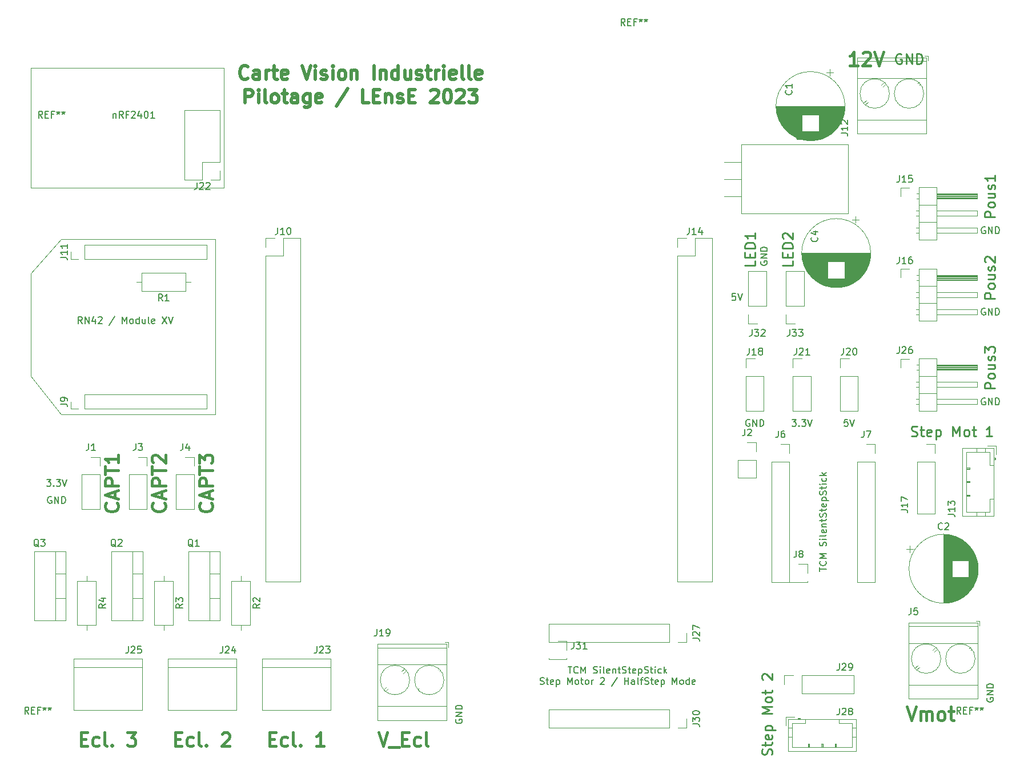
<source format=gbr>
%TF.GenerationSoftware,KiCad,Pcbnew,(5.1.6)-1*%
%TF.CreationDate,2024-02-13T22:22:45+01:00*%
%TF.ProjectId,VisionIndustrielle_TP,56697369-6f6e-4496-9e64-757374726965,rev?*%
%TF.SameCoordinates,Original*%
%TF.FileFunction,Legend,Top*%
%TF.FilePolarity,Positive*%
%FSLAX46Y46*%
G04 Gerber Fmt 4.6, Leading zero omitted, Abs format (unit mm)*
G04 Created by KiCad (PCBNEW (5.1.6)-1) date 2024-02-13 22:22:45*
%MOMM*%
%LPD*%
G01*
G04 APERTURE LIST*
%ADD10C,0.150000*%
%ADD11C,0.250000*%
%ADD12C,0.400000*%
%ADD13C,0.500000*%
%ADD14C,0.120000*%
G04 APERTURE END LIST*
D10*
X114617523Y-114768380D02*
X114141333Y-114768380D01*
X114093714Y-115244571D01*
X114141333Y-115196952D01*
X114236571Y-115149333D01*
X114474666Y-115149333D01*
X114569904Y-115196952D01*
X114617523Y-115244571D01*
X114665142Y-115339809D01*
X114665142Y-115577904D01*
X114617523Y-115673142D01*
X114569904Y-115720761D01*
X114474666Y-115768380D01*
X114236571Y-115768380D01*
X114141333Y-115720761D01*
X114093714Y-115673142D01*
X114950857Y-114768380D02*
X115284190Y-115768380D01*
X115617523Y-114768380D01*
X118372000Y-109981904D02*
X118324380Y-110077142D01*
X118324380Y-110220000D01*
X118372000Y-110362857D01*
X118467238Y-110458095D01*
X118562476Y-110505714D01*
X118752952Y-110553333D01*
X118895809Y-110553333D01*
X119086285Y-110505714D01*
X119181523Y-110458095D01*
X119276761Y-110362857D01*
X119324380Y-110220000D01*
X119324380Y-110124761D01*
X119276761Y-109981904D01*
X119229142Y-109934285D01*
X118895809Y-109934285D01*
X118895809Y-110124761D01*
X119324380Y-109505714D02*
X118324380Y-109505714D01*
X119324380Y-108934285D01*
X118324380Y-108934285D01*
X119324380Y-108458095D02*
X118324380Y-108458095D01*
X118324380Y-108220000D01*
X118372000Y-108077142D01*
X118467238Y-107981904D01*
X118562476Y-107934285D01*
X118752952Y-107886666D01*
X118895809Y-107886666D01*
X119086285Y-107934285D01*
X119181523Y-107981904D01*
X119276761Y-108077142D01*
X119324380Y-108220000D01*
X119324380Y-108458095D01*
D11*
X123106571Y-109882571D02*
X123106571Y-110596857D01*
X121606571Y-110596857D01*
X122320857Y-109382571D02*
X122320857Y-108882571D01*
X123106571Y-108668285D02*
X123106571Y-109382571D01*
X121606571Y-109382571D01*
X121606571Y-108668285D01*
X123106571Y-108025428D02*
X121606571Y-108025428D01*
X121606571Y-107668285D01*
X121678000Y-107454000D01*
X121820857Y-107311142D01*
X121963714Y-107239714D01*
X122249428Y-107168285D01*
X122463714Y-107168285D01*
X122749428Y-107239714D01*
X122892285Y-107311142D01*
X123035142Y-107454000D01*
X123106571Y-107668285D01*
X123106571Y-108025428D01*
X121749428Y-106596857D02*
X121678000Y-106525428D01*
X121606571Y-106382571D01*
X121606571Y-106025428D01*
X121678000Y-105882571D01*
X121749428Y-105811142D01*
X121892285Y-105739714D01*
X122035142Y-105739714D01*
X122249428Y-105811142D01*
X123106571Y-106668285D01*
X123106571Y-105739714D01*
X117518571Y-109882571D02*
X117518571Y-110596857D01*
X116018571Y-110596857D01*
X116732857Y-109382571D02*
X116732857Y-108882571D01*
X117518571Y-108668285D02*
X117518571Y-109382571D01*
X116018571Y-109382571D01*
X116018571Y-108668285D01*
X117518571Y-108025428D02*
X116018571Y-108025428D01*
X116018571Y-107668285D01*
X116090000Y-107454000D01*
X116232857Y-107311142D01*
X116375714Y-107239714D01*
X116661428Y-107168285D01*
X116875714Y-107168285D01*
X117161428Y-107239714D01*
X117304285Y-107311142D01*
X117447142Y-107454000D01*
X117518571Y-107668285D01*
X117518571Y-108025428D01*
X117518571Y-105739714D02*
X117518571Y-106596857D01*
X117518571Y-106168285D02*
X116018571Y-106168285D01*
X116232857Y-106311142D01*
X116375714Y-106454000D01*
X116447142Y-106596857D01*
D10*
X89797857Y-170077380D02*
X90369285Y-170077380D01*
X90083571Y-171077380D02*
X90083571Y-170077380D01*
X91274047Y-170982142D02*
X91226428Y-171029761D01*
X91083571Y-171077380D01*
X90988333Y-171077380D01*
X90845476Y-171029761D01*
X90750238Y-170934523D01*
X90702619Y-170839285D01*
X90655000Y-170648809D01*
X90655000Y-170505952D01*
X90702619Y-170315476D01*
X90750238Y-170220238D01*
X90845476Y-170125000D01*
X90988333Y-170077380D01*
X91083571Y-170077380D01*
X91226428Y-170125000D01*
X91274047Y-170172619D01*
X91702619Y-171077380D02*
X91702619Y-170077380D01*
X92035952Y-170791666D01*
X92369285Y-170077380D01*
X92369285Y-171077380D01*
X93559761Y-171029761D02*
X93702619Y-171077380D01*
X93940714Y-171077380D01*
X94035952Y-171029761D01*
X94083571Y-170982142D01*
X94131190Y-170886904D01*
X94131190Y-170791666D01*
X94083571Y-170696428D01*
X94035952Y-170648809D01*
X93940714Y-170601190D01*
X93750238Y-170553571D01*
X93655000Y-170505952D01*
X93607380Y-170458333D01*
X93559761Y-170363095D01*
X93559761Y-170267857D01*
X93607380Y-170172619D01*
X93655000Y-170125000D01*
X93750238Y-170077380D01*
X93988333Y-170077380D01*
X94131190Y-170125000D01*
X94559761Y-171077380D02*
X94559761Y-170410714D01*
X94559761Y-170077380D02*
X94512142Y-170125000D01*
X94559761Y-170172619D01*
X94607380Y-170125000D01*
X94559761Y-170077380D01*
X94559761Y-170172619D01*
X95178809Y-171077380D02*
X95083571Y-171029761D01*
X95035952Y-170934523D01*
X95035952Y-170077380D01*
X95940714Y-171029761D02*
X95845476Y-171077380D01*
X95655000Y-171077380D01*
X95559761Y-171029761D01*
X95512142Y-170934523D01*
X95512142Y-170553571D01*
X95559761Y-170458333D01*
X95655000Y-170410714D01*
X95845476Y-170410714D01*
X95940714Y-170458333D01*
X95988333Y-170553571D01*
X95988333Y-170648809D01*
X95512142Y-170744047D01*
X96416904Y-170410714D02*
X96416904Y-171077380D01*
X96416904Y-170505952D02*
X96464523Y-170458333D01*
X96559761Y-170410714D01*
X96702619Y-170410714D01*
X96797857Y-170458333D01*
X96845476Y-170553571D01*
X96845476Y-171077380D01*
X97178809Y-170410714D02*
X97559761Y-170410714D01*
X97321666Y-170077380D02*
X97321666Y-170934523D01*
X97369285Y-171029761D01*
X97464523Y-171077380D01*
X97559761Y-171077380D01*
X97845476Y-171029761D02*
X97988333Y-171077380D01*
X98226428Y-171077380D01*
X98321666Y-171029761D01*
X98369285Y-170982142D01*
X98416904Y-170886904D01*
X98416904Y-170791666D01*
X98369285Y-170696428D01*
X98321666Y-170648809D01*
X98226428Y-170601190D01*
X98035952Y-170553571D01*
X97940714Y-170505952D01*
X97893095Y-170458333D01*
X97845476Y-170363095D01*
X97845476Y-170267857D01*
X97893095Y-170172619D01*
X97940714Y-170125000D01*
X98035952Y-170077380D01*
X98274047Y-170077380D01*
X98416904Y-170125000D01*
X98702619Y-170410714D02*
X99083571Y-170410714D01*
X98845476Y-170077380D02*
X98845476Y-170934523D01*
X98893095Y-171029761D01*
X98988333Y-171077380D01*
X99083571Y-171077380D01*
X99797857Y-171029761D02*
X99702619Y-171077380D01*
X99512142Y-171077380D01*
X99416904Y-171029761D01*
X99369285Y-170934523D01*
X99369285Y-170553571D01*
X99416904Y-170458333D01*
X99512142Y-170410714D01*
X99702619Y-170410714D01*
X99797857Y-170458333D01*
X99845476Y-170553571D01*
X99845476Y-170648809D01*
X99369285Y-170744047D01*
X100274047Y-170410714D02*
X100274047Y-171410714D01*
X100274047Y-170458333D02*
X100369285Y-170410714D01*
X100559761Y-170410714D01*
X100655000Y-170458333D01*
X100702619Y-170505952D01*
X100750238Y-170601190D01*
X100750238Y-170886904D01*
X100702619Y-170982142D01*
X100655000Y-171029761D01*
X100559761Y-171077380D01*
X100369285Y-171077380D01*
X100274047Y-171029761D01*
X101131190Y-171029761D02*
X101274047Y-171077380D01*
X101512142Y-171077380D01*
X101607380Y-171029761D01*
X101655000Y-170982142D01*
X101702619Y-170886904D01*
X101702619Y-170791666D01*
X101655000Y-170696428D01*
X101607380Y-170648809D01*
X101512142Y-170601190D01*
X101321666Y-170553571D01*
X101226428Y-170505952D01*
X101178809Y-170458333D01*
X101131190Y-170363095D01*
X101131190Y-170267857D01*
X101178809Y-170172619D01*
X101226428Y-170125000D01*
X101321666Y-170077380D01*
X101559761Y-170077380D01*
X101702619Y-170125000D01*
X101988333Y-170410714D02*
X102369285Y-170410714D01*
X102131190Y-170077380D02*
X102131190Y-170934523D01*
X102178809Y-171029761D01*
X102274047Y-171077380D01*
X102369285Y-171077380D01*
X102702619Y-171077380D02*
X102702619Y-170410714D01*
X102702619Y-170077380D02*
X102655000Y-170125000D01*
X102702619Y-170172619D01*
X102750238Y-170125000D01*
X102702619Y-170077380D01*
X102702619Y-170172619D01*
X103607380Y-171029761D02*
X103512142Y-171077380D01*
X103321666Y-171077380D01*
X103226428Y-171029761D01*
X103178809Y-170982142D01*
X103131190Y-170886904D01*
X103131190Y-170601190D01*
X103178809Y-170505952D01*
X103226428Y-170458333D01*
X103321666Y-170410714D01*
X103512142Y-170410714D01*
X103607380Y-170458333D01*
X104035952Y-171077380D02*
X104035952Y-170077380D01*
X104131190Y-170696428D02*
X104416904Y-171077380D01*
X104416904Y-170410714D02*
X104035952Y-170791666D01*
X85655000Y-172679761D02*
X85797857Y-172727380D01*
X86035952Y-172727380D01*
X86131190Y-172679761D01*
X86178809Y-172632142D01*
X86226428Y-172536904D01*
X86226428Y-172441666D01*
X86178809Y-172346428D01*
X86131190Y-172298809D01*
X86035952Y-172251190D01*
X85845476Y-172203571D01*
X85750238Y-172155952D01*
X85702619Y-172108333D01*
X85655000Y-172013095D01*
X85655000Y-171917857D01*
X85702619Y-171822619D01*
X85750238Y-171775000D01*
X85845476Y-171727380D01*
X86083571Y-171727380D01*
X86226428Y-171775000D01*
X86512142Y-172060714D02*
X86893095Y-172060714D01*
X86655000Y-171727380D02*
X86655000Y-172584523D01*
X86702619Y-172679761D01*
X86797857Y-172727380D01*
X86893095Y-172727380D01*
X87607380Y-172679761D02*
X87512142Y-172727380D01*
X87321666Y-172727380D01*
X87226428Y-172679761D01*
X87178809Y-172584523D01*
X87178809Y-172203571D01*
X87226428Y-172108333D01*
X87321666Y-172060714D01*
X87512142Y-172060714D01*
X87607380Y-172108333D01*
X87655000Y-172203571D01*
X87655000Y-172298809D01*
X87178809Y-172394047D01*
X88083571Y-172060714D02*
X88083571Y-173060714D01*
X88083571Y-172108333D02*
X88178809Y-172060714D01*
X88369285Y-172060714D01*
X88464523Y-172108333D01*
X88512142Y-172155952D01*
X88559761Y-172251190D01*
X88559761Y-172536904D01*
X88512142Y-172632142D01*
X88464523Y-172679761D01*
X88369285Y-172727380D01*
X88178809Y-172727380D01*
X88083571Y-172679761D01*
X89750238Y-172727380D02*
X89750238Y-171727380D01*
X90083571Y-172441666D01*
X90416904Y-171727380D01*
X90416904Y-172727380D01*
X91035952Y-172727380D02*
X90940714Y-172679761D01*
X90893095Y-172632142D01*
X90845476Y-172536904D01*
X90845476Y-172251190D01*
X90893095Y-172155952D01*
X90940714Y-172108333D01*
X91035952Y-172060714D01*
X91178809Y-172060714D01*
X91274047Y-172108333D01*
X91321666Y-172155952D01*
X91369285Y-172251190D01*
X91369285Y-172536904D01*
X91321666Y-172632142D01*
X91274047Y-172679761D01*
X91178809Y-172727380D01*
X91035952Y-172727380D01*
X91655000Y-172060714D02*
X92035952Y-172060714D01*
X91797857Y-171727380D02*
X91797857Y-172584523D01*
X91845476Y-172679761D01*
X91940714Y-172727380D01*
X92035952Y-172727380D01*
X92512142Y-172727380D02*
X92416904Y-172679761D01*
X92369285Y-172632142D01*
X92321666Y-172536904D01*
X92321666Y-172251190D01*
X92369285Y-172155952D01*
X92416904Y-172108333D01*
X92512142Y-172060714D01*
X92655000Y-172060714D01*
X92750238Y-172108333D01*
X92797857Y-172155952D01*
X92845476Y-172251190D01*
X92845476Y-172536904D01*
X92797857Y-172632142D01*
X92750238Y-172679761D01*
X92655000Y-172727380D01*
X92512142Y-172727380D01*
X93274047Y-172727380D02*
X93274047Y-172060714D01*
X93274047Y-172251190D02*
X93321666Y-172155952D01*
X93369285Y-172108333D01*
X93464523Y-172060714D01*
X93559761Y-172060714D01*
X94607380Y-171822619D02*
X94655000Y-171775000D01*
X94750238Y-171727380D01*
X94988333Y-171727380D01*
X95083571Y-171775000D01*
X95131190Y-171822619D01*
X95178809Y-171917857D01*
X95178809Y-172013095D01*
X95131190Y-172155952D01*
X94559761Y-172727380D01*
X95178809Y-172727380D01*
X97083571Y-171679761D02*
X96226428Y-172965476D01*
X98178809Y-172727380D02*
X98178809Y-171727380D01*
X98178809Y-172203571D02*
X98750238Y-172203571D01*
X98750238Y-172727380D02*
X98750238Y-171727380D01*
X99654999Y-172727380D02*
X99654999Y-172203571D01*
X99607380Y-172108333D01*
X99512142Y-172060714D01*
X99321666Y-172060714D01*
X99226428Y-172108333D01*
X99654999Y-172679761D02*
X99559761Y-172727380D01*
X99321666Y-172727380D01*
X99226428Y-172679761D01*
X99178809Y-172584523D01*
X99178809Y-172489285D01*
X99226428Y-172394047D01*
X99321666Y-172346428D01*
X99559761Y-172346428D01*
X99654999Y-172298809D01*
X100274047Y-172727380D02*
X100178809Y-172679761D01*
X100131190Y-172584523D01*
X100131190Y-171727380D01*
X100512142Y-172060714D02*
X100893095Y-172060714D01*
X100655000Y-172727380D02*
X100655000Y-171870238D01*
X100702619Y-171775000D01*
X100797857Y-171727380D01*
X100893095Y-171727380D01*
X101178809Y-172679761D02*
X101321666Y-172727380D01*
X101559761Y-172727380D01*
X101654999Y-172679761D01*
X101702619Y-172632142D01*
X101750238Y-172536904D01*
X101750238Y-172441666D01*
X101702619Y-172346428D01*
X101654999Y-172298809D01*
X101559761Y-172251190D01*
X101369285Y-172203571D01*
X101274047Y-172155952D01*
X101226428Y-172108333D01*
X101178809Y-172013095D01*
X101178809Y-171917857D01*
X101226428Y-171822619D01*
X101274047Y-171775000D01*
X101369285Y-171727380D01*
X101607380Y-171727380D01*
X101750238Y-171775000D01*
X102035952Y-172060714D02*
X102416904Y-172060714D01*
X102178809Y-171727380D02*
X102178809Y-172584523D01*
X102226428Y-172679761D01*
X102321666Y-172727380D01*
X102416904Y-172727380D01*
X103131190Y-172679761D02*
X103035952Y-172727380D01*
X102845476Y-172727380D01*
X102750238Y-172679761D01*
X102702619Y-172584523D01*
X102702619Y-172203571D01*
X102750238Y-172108333D01*
X102845476Y-172060714D01*
X103035952Y-172060714D01*
X103131190Y-172108333D01*
X103178809Y-172203571D01*
X103178809Y-172298809D01*
X102702619Y-172394047D01*
X103607380Y-172060714D02*
X103607380Y-173060714D01*
X103607380Y-172108333D02*
X103702619Y-172060714D01*
X103893095Y-172060714D01*
X103988333Y-172108333D01*
X104035952Y-172155952D01*
X104083571Y-172251190D01*
X104083571Y-172536904D01*
X104035952Y-172632142D01*
X103988333Y-172679761D01*
X103893095Y-172727380D01*
X103702619Y-172727380D01*
X103607380Y-172679761D01*
X105274047Y-172727380D02*
X105274047Y-171727380D01*
X105607380Y-172441666D01*
X105940714Y-171727380D01*
X105940714Y-172727380D01*
X106559761Y-172727380D02*
X106464523Y-172679761D01*
X106416904Y-172632142D01*
X106369285Y-172536904D01*
X106369285Y-172251190D01*
X106416904Y-172155952D01*
X106464523Y-172108333D01*
X106559761Y-172060714D01*
X106702619Y-172060714D01*
X106797857Y-172108333D01*
X106845476Y-172155952D01*
X106893095Y-172251190D01*
X106893095Y-172536904D01*
X106845476Y-172632142D01*
X106797857Y-172679761D01*
X106702619Y-172727380D01*
X106559761Y-172727380D01*
X107750238Y-172727380D02*
X107750238Y-171727380D01*
X107750238Y-172679761D02*
X107654999Y-172727380D01*
X107464523Y-172727380D01*
X107369285Y-172679761D01*
X107321666Y-172632142D01*
X107274047Y-172536904D01*
X107274047Y-172251190D01*
X107321666Y-172155952D01*
X107369285Y-172108333D01*
X107464523Y-172060714D01*
X107654999Y-172060714D01*
X107750238Y-172108333D01*
X108607380Y-172679761D02*
X108512142Y-172727380D01*
X108321666Y-172727380D01*
X108226428Y-172679761D01*
X108178809Y-172584523D01*
X108178809Y-172203571D01*
X108226428Y-172108333D01*
X108321666Y-172060714D01*
X108512142Y-172060714D01*
X108607380Y-172108333D01*
X108654999Y-172203571D01*
X108654999Y-172298809D01*
X108178809Y-172394047D01*
D12*
X36909285Y-145827380D02*
X37004523Y-145922619D01*
X37099761Y-146208333D01*
X37099761Y-146398809D01*
X37004523Y-146684523D01*
X36814047Y-146875000D01*
X36623571Y-146970238D01*
X36242619Y-147065476D01*
X35956904Y-147065476D01*
X35575952Y-146970238D01*
X35385476Y-146875000D01*
X35195000Y-146684523D01*
X35099761Y-146398809D01*
X35099761Y-146208333D01*
X35195000Y-145922619D01*
X35290238Y-145827380D01*
X36528333Y-145065476D02*
X36528333Y-144113095D01*
X37099761Y-145255952D02*
X35099761Y-144589285D01*
X37099761Y-143922619D01*
X37099761Y-143255952D02*
X35099761Y-143255952D01*
X35099761Y-142494047D01*
X35195000Y-142303571D01*
X35290238Y-142208333D01*
X35480714Y-142113095D01*
X35766428Y-142113095D01*
X35956904Y-142208333D01*
X36052142Y-142303571D01*
X36147380Y-142494047D01*
X36147380Y-143255952D01*
X35099761Y-141541666D02*
X35099761Y-140398809D01*
X37099761Y-140970238D02*
X35099761Y-140970238D01*
X35099761Y-139922619D02*
X35099761Y-138684523D01*
X35861666Y-139351190D01*
X35861666Y-139065476D01*
X35956904Y-138875000D01*
X36052142Y-138779761D01*
X36242619Y-138684523D01*
X36718809Y-138684523D01*
X36909285Y-138779761D01*
X37004523Y-138875000D01*
X37099761Y-139065476D01*
X37099761Y-139636904D01*
X37004523Y-139827380D01*
X36909285Y-139922619D01*
X29924285Y-145827380D02*
X30019523Y-145922619D01*
X30114761Y-146208333D01*
X30114761Y-146398809D01*
X30019523Y-146684523D01*
X29829047Y-146875000D01*
X29638571Y-146970238D01*
X29257619Y-147065476D01*
X28971904Y-147065476D01*
X28590952Y-146970238D01*
X28400476Y-146875000D01*
X28210000Y-146684523D01*
X28114761Y-146398809D01*
X28114761Y-146208333D01*
X28210000Y-145922619D01*
X28305238Y-145827380D01*
X29543333Y-145065476D02*
X29543333Y-144113095D01*
X30114761Y-145255952D02*
X28114761Y-144589285D01*
X30114761Y-143922619D01*
X30114761Y-143255952D02*
X28114761Y-143255952D01*
X28114761Y-142494047D01*
X28210000Y-142303571D01*
X28305238Y-142208333D01*
X28495714Y-142113095D01*
X28781428Y-142113095D01*
X28971904Y-142208333D01*
X29067142Y-142303571D01*
X29162380Y-142494047D01*
X29162380Y-143255952D01*
X28114761Y-141541666D02*
X28114761Y-140398809D01*
X30114761Y-140970238D02*
X28114761Y-140970238D01*
X28305238Y-139827380D02*
X28210000Y-139732142D01*
X28114761Y-139541666D01*
X28114761Y-139065476D01*
X28210000Y-138875000D01*
X28305238Y-138779761D01*
X28495714Y-138684523D01*
X28686190Y-138684523D01*
X28971904Y-138779761D01*
X30114761Y-139922619D01*
X30114761Y-138684523D01*
X22939285Y-145827380D02*
X23034523Y-145922619D01*
X23129761Y-146208333D01*
X23129761Y-146398809D01*
X23034523Y-146684523D01*
X22844047Y-146875000D01*
X22653571Y-146970238D01*
X22272619Y-147065476D01*
X21986904Y-147065476D01*
X21605952Y-146970238D01*
X21415476Y-146875000D01*
X21225000Y-146684523D01*
X21129761Y-146398809D01*
X21129761Y-146208333D01*
X21225000Y-145922619D01*
X21320238Y-145827380D01*
X22558333Y-145065476D02*
X22558333Y-144113095D01*
X23129761Y-145255952D02*
X21129761Y-144589285D01*
X23129761Y-143922619D01*
X23129761Y-143255952D02*
X21129761Y-143255952D01*
X21129761Y-142494047D01*
X21225000Y-142303571D01*
X21320238Y-142208333D01*
X21510714Y-142113095D01*
X21796428Y-142113095D01*
X21986904Y-142208333D01*
X22082142Y-142303571D01*
X22177380Y-142494047D01*
X22177380Y-143255952D01*
X21129761Y-141541666D02*
X21129761Y-140398809D01*
X23129761Y-140970238D02*
X21129761Y-140970238D01*
X23129761Y-138684523D02*
X23129761Y-139827380D01*
X23129761Y-139255952D02*
X21129761Y-139255952D01*
X21415476Y-139446428D01*
X21605952Y-139636904D01*
X21701190Y-139827380D01*
D10*
X12493809Y-142327380D02*
X13112857Y-142327380D01*
X12779523Y-142708333D01*
X12922380Y-142708333D01*
X13017619Y-142755952D01*
X13065238Y-142803571D01*
X13112857Y-142898809D01*
X13112857Y-143136904D01*
X13065238Y-143232142D01*
X13017619Y-143279761D01*
X12922380Y-143327380D01*
X12636666Y-143327380D01*
X12541428Y-143279761D01*
X12493809Y-143232142D01*
X13541428Y-143232142D02*
X13589047Y-143279761D01*
X13541428Y-143327380D01*
X13493809Y-143279761D01*
X13541428Y-143232142D01*
X13541428Y-143327380D01*
X13922380Y-142327380D02*
X14541428Y-142327380D01*
X14208095Y-142708333D01*
X14350952Y-142708333D01*
X14446190Y-142755952D01*
X14493809Y-142803571D01*
X14541428Y-142898809D01*
X14541428Y-143136904D01*
X14493809Y-143232142D01*
X14446190Y-143279761D01*
X14350952Y-143327380D01*
X14065238Y-143327380D01*
X13970000Y-143279761D01*
X13922380Y-143232142D01*
X14827142Y-142327380D02*
X15160476Y-143327380D01*
X15493809Y-142327380D01*
X13208095Y-144915000D02*
X13112857Y-144867380D01*
X12970000Y-144867380D01*
X12827142Y-144915000D01*
X12731904Y-145010238D01*
X12684285Y-145105476D01*
X12636666Y-145295952D01*
X12636666Y-145438809D01*
X12684285Y-145629285D01*
X12731904Y-145724523D01*
X12827142Y-145819761D01*
X12970000Y-145867380D01*
X13065238Y-145867380D01*
X13208095Y-145819761D01*
X13255714Y-145772142D01*
X13255714Y-145438809D01*
X13065238Y-145438809D01*
X13684285Y-145867380D02*
X13684285Y-144867380D01*
X14255714Y-145867380D01*
X14255714Y-144867380D01*
X14731904Y-145867380D02*
X14731904Y-144867380D01*
X14970000Y-144867380D01*
X15112857Y-144915000D01*
X15208095Y-145010238D01*
X15255714Y-145105476D01*
X15303333Y-145295952D01*
X15303333Y-145438809D01*
X15255714Y-145629285D01*
X15208095Y-145724523D01*
X15112857Y-145819761D01*
X14970000Y-145867380D01*
X14731904Y-145867380D01*
D11*
X119987142Y-183165000D02*
X120058571Y-182950714D01*
X120058571Y-182593571D01*
X119987142Y-182450714D01*
X119915714Y-182379285D01*
X119772857Y-182307857D01*
X119630000Y-182307857D01*
X119487142Y-182379285D01*
X119415714Y-182450714D01*
X119344285Y-182593571D01*
X119272857Y-182879285D01*
X119201428Y-183022142D01*
X119130000Y-183093571D01*
X118987142Y-183165000D01*
X118844285Y-183165000D01*
X118701428Y-183093571D01*
X118630000Y-183022142D01*
X118558571Y-182879285D01*
X118558571Y-182522142D01*
X118630000Y-182307857D01*
X119058571Y-181879285D02*
X119058571Y-181307857D01*
X118558571Y-181665000D02*
X119844285Y-181665000D01*
X119987142Y-181593571D01*
X120058571Y-181450714D01*
X120058571Y-181307857D01*
X119987142Y-180236428D02*
X120058571Y-180379285D01*
X120058571Y-180665000D01*
X119987142Y-180807857D01*
X119844285Y-180879285D01*
X119272857Y-180879285D01*
X119130000Y-180807857D01*
X119058571Y-180665000D01*
X119058571Y-180379285D01*
X119130000Y-180236428D01*
X119272857Y-180165000D01*
X119415714Y-180165000D01*
X119558571Y-180879285D01*
X119058571Y-179522142D02*
X120558571Y-179522142D01*
X119130000Y-179522142D02*
X119058571Y-179379285D01*
X119058571Y-179093571D01*
X119130000Y-178950714D01*
X119201428Y-178879285D01*
X119344285Y-178807857D01*
X119772857Y-178807857D01*
X119915714Y-178879285D01*
X119987142Y-178950714D01*
X120058571Y-179093571D01*
X120058571Y-179379285D01*
X119987142Y-179522142D01*
X120058571Y-177022142D02*
X118558571Y-177022142D01*
X119630000Y-176522142D01*
X118558571Y-176022142D01*
X120058571Y-176022142D01*
X120058571Y-175093571D02*
X119987142Y-175236428D01*
X119915714Y-175307857D01*
X119772857Y-175379285D01*
X119344285Y-175379285D01*
X119201428Y-175307857D01*
X119130000Y-175236428D01*
X119058571Y-175093571D01*
X119058571Y-174879285D01*
X119130000Y-174736428D01*
X119201428Y-174665000D01*
X119344285Y-174593571D01*
X119772857Y-174593571D01*
X119915714Y-174665000D01*
X119987142Y-174736428D01*
X120058571Y-174879285D01*
X120058571Y-175093571D01*
X119058571Y-174165000D02*
X119058571Y-173593571D01*
X118558571Y-173950714D02*
X119844285Y-173950714D01*
X119987142Y-173879285D01*
X120058571Y-173736428D01*
X120058571Y-173593571D01*
X118701428Y-172022142D02*
X118630000Y-171950714D01*
X118558571Y-171807857D01*
X118558571Y-171450714D01*
X118630000Y-171307857D01*
X118701428Y-171236428D01*
X118844285Y-171165000D01*
X118987142Y-171165000D01*
X119201428Y-171236428D01*
X120058571Y-172093571D01*
X120058571Y-171165000D01*
D10*
X131254523Y-133437380D02*
X130778333Y-133437380D01*
X130730714Y-133913571D01*
X130778333Y-133865952D01*
X130873571Y-133818333D01*
X131111666Y-133818333D01*
X131206904Y-133865952D01*
X131254523Y-133913571D01*
X131302142Y-134008809D01*
X131302142Y-134246904D01*
X131254523Y-134342142D01*
X131206904Y-134389761D01*
X131111666Y-134437380D01*
X130873571Y-134437380D01*
X130778333Y-134389761D01*
X130730714Y-134342142D01*
X131587857Y-133437380D02*
X131921190Y-134437380D01*
X132254523Y-133437380D01*
X122983809Y-133437380D02*
X123602857Y-133437380D01*
X123269523Y-133818333D01*
X123412380Y-133818333D01*
X123507619Y-133865952D01*
X123555238Y-133913571D01*
X123602857Y-134008809D01*
X123602857Y-134246904D01*
X123555238Y-134342142D01*
X123507619Y-134389761D01*
X123412380Y-134437380D01*
X123126666Y-134437380D01*
X123031428Y-134389761D01*
X122983809Y-134342142D01*
X124031428Y-134342142D02*
X124079047Y-134389761D01*
X124031428Y-134437380D01*
X123983809Y-134389761D01*
X124031428Y-134342142D01*
X124031428Y-134437380D01*
X124412380Y-133437380D02*
X125031428Y-133437380D01*
X124698095Y-133818333D01*
X124840952Y-133818333D01*
X124936190Y-133865952D01*
X124983809Y-133913571D01*
X125031428Y-134008809D01*
X125031428Y-134246904D01*
X124983809Y-134342142D01*
X124936190Y-134389761D01*
X124840952Y-134437380D01*
X124555238Y-134437380D01*
X124460000Y-134389761D01*
X124412380Y-134342142D01*
X125317142Y-133437380D02*
X125650476Y-134437380D01*
X125983809Y-133437380D01*
X116713095Y-133485000D02*
X116617857Y-133437380D01*
X116475000Y-133437380D01*
X116332142Y-133485000D01*
X116236904Y-133580238D01*
X116189285Y-133675476D01*
X116141666Y-133865952D01*
X116141666Y-134008809D01*
X116189285Y-134199285D01*
X116236904Y-134294523D01*
X116332142Y-134389761D01*
X116475000Y-134437380D01*
X116570238Y-134437380D01*
X116713095Y-134389761D01*
X116760714Y-134342142D01*
X116760714Y-134008809D01*
X116570238Y-134008809D01*
X117189285Y-134437380D02*
X117189285Y-133437380D01*
X117760714Y-134437380D01*
X117760714Y-133437380D01*
X118236904Y-134437380D02*
X118236904Y-133437380D01*
X118475000Y-133437380D01*
X118617857Y-133485000D01*
X118713095Y-133580238D01*
X118760714Y-133675476D01*
X118808333Y-133865952D01*
X118808333Y-134008809D01*
X118760714Y-134199285D01*
X118713095Y-134294523D01*
X118617857Y-134389761D01*
X118475000Y-134437380D01*
X118236904Y-134437380D01*
D11*
X139192142Y-79260000D02*
X139049285Y-79188571D01*
X138835000Y-79188571D01*
X138620714Y-79260000D01*
X138477857Y-79402857D01*
X138406428Y-79545714D01*
X138335000Y-79831428D01*
X138335000Y-80045714D01*
X138406428Y-80331428D01*
X138477857Y-80474285D01*
X138620714Y-80617142D01*
X138835000Y-80688571D01*
X138977857Y-80688571D01*
X139192142Y-80617142D01*
X139263571Y-80545714D01*
X139263571Y-80045714D01*
X138977857Y-80045714D01*
X139906428Y-80688571D02*
X139906428Y-79188571D01*
X140763571Y-80688571D01*
X140763571Y-79188571D01*
X141477857Y-80688571D02*
X141477857Y-79188571D01*
X141835000Y-79188571D01*
X142049285Y-79260000D01*
X142192142Y-79402857D01*
X142263571Y-79545714D01*
X142335000Y-79831428D01*
X142335000Y-80045714D01*
X142263571Y-80331428D01*
X142192142Y-80474285D01*
X142049285Y-80617142D01*
X141835000Y-80688571D01*
X141477857Y-80688571D01*
D12*
X132746904Y-80914761D02*
X131604047Y-80914761D01*
X132175476Y-80914761D02*
X132175476Y-78914761D01*
X131985000Y-79200476D01*
X131794523Y-79390952D01*
X131604047Y-79486190D01*
X133508809Y-79105238D02*
X133604047Y-79010000D01*
X133794523Y-78914761D01*
X134270714Y-78914761D01*
X134461190Y-79010000D01*
X134556428Y-79105238D01*
X134651666Y-79295714D01*
X134651666Y-79486190D01*
X134556428Y-79771904D01*
X133413571Y-80914761D01*
X134651666Y-80914761D01*
X135223095Y-78914761D02*
X135889761Y-80914761D01*
X136556428Y-78914761D01*
D10*
X127087380Y-155947142D02*
X127087380Y-155375714D01*
X128087380Y-155661428D02*
X127087380Y-155661428D01*
X127992142Y-154470952D02*
X128039761Y-154518571D01*
X128087380Y-154661428D01*
X128087380Y-154756666D01*
X128039761Y-154899523D01*
X127944523Y-154994761D01*
X127849285Y-155042380D01*
X127658809Y-155090000D01*
X127515952Y-155090000D01*
X127325476Y-155042380D01*
X127230238Y-154994761D01*
X127135000Y-154899523D01*
X127087380Y-154756666D01*
X127087380Y-154661428D01*
X127135000Y-154518571D01*
X127182619Y-154470952D01*
X128087380Y-154042380D02*
X127087380Y-154042380D01*
X127801666Y-153709047D01*
X127087380Y-153375714D01*
X128087380Y-153375714D01*
X128039761Y-152185238D02*
X128087380Y-152042380D01*
X128087380Y-151804285D01*
X128039761Y-151709047D01*
X127992142Y-151661428D01*
X127896904Y-151613809D01*
X127801666Y-151613809D01*
X127706428Y-151661428D01*
X127658809Y-151709047D01*
X127611190Y-151804285D01*
X127563571Y-151994761D01*
X127515952Y-152090000D01*
X127468333Y-152137619D01*
X127373095Y-152185238D01*
X127277857Y-152185238D01*
X127182619Y-152137619D01*
X127135000Y-152090000D01*
X127087380Y-151994761D01*
X127087380Y-151756666D01*
X127135000Y-151613809D01*
X128087380Y-151185238D02*
X127420714Y-151185238D01*
X127087380Y-151185238D02*
X127135000Y-151232857D01*
X127182619Y-151185238D01*
X127135000Y-151137619D01*
X127087380Y-151185238D01*
X127182619Y-151185238D01*
X128087380Y-150566190D02*
X128039761Y-150661428D01*
X127944523Y-150709047D01*
X127087380Y-150709047D01*
X128039761Y-149804285D02*
X128087380Y-149899523D01*
X128087380Y-150090000D01*
X128039761Y-150185238D01*
X127944523Y-150232857D01*
X127563571Y-150232857D01*
X127468333Y-150185238D01*
X127420714Y-150090000D01*
X127420714Y-149899523D01*
X127468333Y-149804285D01*
X127563571Y-149756666D01*
X127658809Y-149756666D01*
X127754047Y-150232857D01*
X127420714Y-149328095D02*
X128087380Y-149328095D01*
X127515952Y-149328095D02*
X127468333Y-149280476D01*
X127420714Y-149185238D01*
X127420714Y-149042380D01*
X127468333Y-148947142D01*
X127563571Y-148899523D01*
X128087380Y-148899523D01*
X127420714Y-148566190D02*
X127420714Y-148185238D01*
X127087380Y-148423333D02*
X127944523Y-148423333D01*
X128039761Y-148375714D01*
X128087380Y-148280476D01*
X128087380Y-148185238D01*
X128039761Y-147899523D02*
X128087380Y-147756666D01*
X128087380Y-147518571D01*
X128039761Y-147423333D01*
X127992142Y-147375714D01*
X127896904Y-147328095D01*
X127801666Y-147328095D01*
X127706428Y-147375714D01*
X127658809Y-147423333D01*
X127611190Y-147518571D01*
X127563571Y-147709047D01*
X127515952Y-147804285D01*
X127468333Y-147851904D01*
X127373095Y-147899523D01*
X127277857Y-147899523D01*
X127182619Y-147851904D01*
X127135000Y-147804285D01*
X127087380Y-147709047D01*
X127087380Y-147470952D01*
X127135000Y-147328095D01*
X127420714Y-147042380D02*
X127420714Y-146661428D01*
X127087380Y-146899523D02*
X127944523Y-146899523D01*
X128039761Y-146851904D01*
X128087380Y-146756666D01*
X128087380Y-146661428D01*
X128039761Y-145947142D02*
X128087380Y-146042380D01*
X128087380Y-146232857D01*
X128039761Y-146328095D01*
X127944523Y-146375714D01*
X127563571Y-146375714D01*
X127468333Y-146328095D01*
X127420714Y-146232857D01*
X127420714Y-146042380D01*
X127468333Y-145947142D01*
X127563571Y-145899523D01*
X127658809Y-145899523D01*
X127754047Y-146375714D01*
X127420714Y-145470952D02*
X128420714Y-145470952D01*
X127468333Y-145470952D02*
X127420714Y-145375714D01*
X127420714Y-145185238D01*
X127468333Y-145090000D01*
X127515952Y-145042380D01*
X127611190Y-144994761D01*
X127896904Y-144994761D01*
X127992142Y-145042380D01*
X128039761Y-145090000D01*
X128087380Y-145185238D01*
X128087380Y-145375714D01*
X128039761Y-145470952D01*
X128039761Y-144613809D02*
X128087380Y-144470952D01*
X128087380Y-144232857D01*
X128039761Y-144137619D01*
X127992142Y-144090000D01*
X127896904Y-144042380D01*
X127801666Y-144042380D01*
X127706428Y-144090000D01*
X127658809Y-144137619D01*
X127611190Y-144232857D01*
X127563571Y-144423333D01*
X127515952Y-144518571D01*
X127468333Y-144566190D01*
X127373095Y-144613809D01*
X127277857Y-144613809D01*
X127182619Y-144566190D01*
X127135000Y-144518571D01*
X127087380Y-144423333D01*
X127087380Y-144185238D01*
X127135000Y-144042380D01*
X127420714Y-143756666D02*
X127420714Y-143375714D01*
X127087380Y-143613809D02*
X127944523Y-143613809D01*
X128039761Y-143566190D01*
X128087380Y-143470952D01*
X128087380Y-143375714D01*
X128087380Y-143042380D02*
X127420714Y-143042380D01*
X127087380Y-143042380D02*
X127135000Y-143090000D01*
X127182619Y-143042380D01*
X127135000Y-142994761D01*
X127087380Y-143042380D01*
X127182619Y-143042380D01*
X128039761Y-142137619D02*
X128087380Y-142232857D01*
X128087380Y-142423333D01*
X128039761Y-142518571D01*
X127992142Y-142566190D01*
X127896904Y-142613809D01*
X127611190Y-142613809D01*
X127515952Y-142566190D01*
X127468333Y-142518571D01*
X127420714Y-142423333D01*
X127420714Y-142232857D01*
X127468333Y-142137619D01*
X128087380Y-141709047D02*
X127087380Y-141709047D01*
X127706428Y-141613809D02*
X128087380Y-141328095D01*
X127420714Y-141328095D02*
X127801666Y-141709047D01*
D11*
X153078571Y-128801428D02*
X151578571Y-128801428D01*
X151578571Y-128230000D01*
X151650000Y-128087142D01*
X151721428Y-128015714D01*
X151864285Y-127944285D01*
X152078571Y-127944285D01*
X152221428Y-128015714D01*
X152292857Y-128087142D01*
X152364285Y-128230000D01*
X152364285Y-128801428D01*
X153078571Y-127087142D02*
X153007142Y-127230000D01*
X152935714Y-127301428D01*
X152792857Y-127372857D01*
X152364285Y-127372857D01*
X152221428Y-127301428D01*
X152150000Y-127230000D01*
X152078571Y-127087142D01*
X152078571Y-126872857D01*
X152150000Y-126730000D01*
X152221428Y-126658571D01*
X152364285Y-126587142D01*
X152792857Y-126587142D01*
X152935714Y-126658571D01*
X153007142Y-126730000D01*
X153078571Y-126872857D01*
X153078571Y-127087142D01*
X152078571Y-125301428D02*
X153078571Y-125301428D01*
X152078571Y-125944285D02*
X152864285Y-125944285D01*
X153007142Y-125872857D01*
X153078571Y-125730000D01*
X153078571Y-125515714D01*
X153007142Y-125372857D01*
X152935714Y-125301428D01*
X153007142Y-124658571D02*
X153078571Y-124515714D01*
X153078571Y-124230000D01*
X153007142Y-124087142D01*
X152864285Y-124015714D01*
X152792857Y-124015714D01*
X152650000Y-124087142D01*
X152578571Y-124230000D01*
X152578571Y-124444285D01*
X152507142Y-124587142D01*
X152364285Y-124658571D01*
X152292857Y-124658571D01*
X152150000Y-124587142D01*
X152078571Y-124444285D01*
X152078571Y-124230000D01*
X152150000Y-124087142D01*
X151578571Y-123515714D02*
X151578571Y-122587142D01*
X152150000Y-123087142D01*
X152150000Y-122872857D01*
X152221428Y-122730000D01*
X152292857Y-122658571D01*
X152435714Y-122587142D01*
X152792857Y-122587142D01*
X152935714Y-122658571D01*
X153007142Y-122730000D01*
X153078571Y-122872857D01*
X153078571Y-123301428D01*
X153007142Y-123444285D01*
X152935714Y-123515714D01*
X153078571Y-115466428D02*
X151578571Y-115466428D01*
X151578571Y-114895000D01*
X151650000Y-114752142D01*
X151721428Y-114680714D01*
X151864285Y-114609285D01*
X152078571Y-114609285D01*
X152221428Y-114680714D01*
X152292857Y-114752142D01*
X152364285Y-114895000D01*
X152364285Y-115466428D01*
X153078571Y-113752142D02*
X153007142Y-113895000D01*
X152935714Y-113966428D01*
X152792857Y-114037857D01*
X152364285Y-114037857D01*
X152221428Y-113966428D01*
X152150000Y-113895000D01*
X152078571Y-113752142D01*
X152078571Y-113537857D01*
X152150000Y-113395000D01*
X152221428Y-113323571D01*
X152364285Y-113252142D01*
X152792857Y-113252142D01*
X152935714Y-113323571D01*
X153007142Y-113395000D01*
X153078571Y-113537857D01*
X153078571Y-113752142D01*
X152078571Y-111966428D02*
X153078571Y-111966428D01*
X152078571Y-112609285D02*
X152864285Y-112609285D01*
X153007142Y-112537857D01*
X153078571Y-112395000D01*
X153078571Y-112180714D01*
X153007142Y-112037857D01*
X152935714Y-111966428D01*
X153007142Y-111323571D02*
X153078571Y-111180714D01*
X153078571Y-110895000D01*
X153007142Y-110752142D01*
X152864285Y-110680714D01*
X152792857Y-110680714D01*
X152650000Y-110752142D01*
X152578571Y-110895000D01*
X152578571Y-111109285D01*
X152507142Y-111252142D01*
X152364285Y-111323571D01*
X152292857Y-111323571D01*
X152150000Y-111252142D01*
X152078571Y-111109285D01*
X152078571Y-110895000D01*
X152150000Y-110752142D01*
X151721428Y-110109285D02*
X151650000Y-110037857D01*
X151578571Y-109895000D01*
X151578571Y-109537857D01*
X151650000Y-109395000D01*
X151721428Y-109323571D01*
X151864285Y-109252142D01*
X152007142Y-109252142D01*
X152221428Y-109323571D01*
X153078571Y-110180714D01*
X153078571Y-109252142D01*
X153078571Y-103401428D02*
X151578571Y-103401428D01*
X151578571Y-102830000D01*
X151650000Y-102687142D01*
X151721428Y-102615714D01*
X151864285Y-102544285D01*
X152078571Y-102544285D01*
X152221428Y-102615714D01*
X152292857Y-102687142D01*
X152364285Y-102830000D01*
X152364285Y-103401428D01*
X153078571Y-101687142D02*
X153007142Y-101830000D01*
X152935714Y-101901428D01*
X152792857Y-101972857D01*
X152364285Y-101972857D01*
X152221428Y-101901428D01*
X152150000Y-101830000D01*
X152078571Y-101687142D01*
X152078571Y-101472857D01*
X152150000Y-101330000D01*
X152221428Y-101258571D01*
X152364285Y-101187142D01*
X152792857Y-101187142D01*
X152935714Y-101258571D01*
X153007142Y-101330000D01*
X153078571Y-101472857D01*
X153078571Y-101687142D01*
X152078571Y-99901428D02*
X153078571Y-99901428D01*
X152078571Y-100544285D02*
X152864285Y-100544285D01*
X153007142Y-100472857D01*
X153078571Y-100330000D01*
X153078571Y-100115714D01*
X153007142Y-99972857D01*
X152935714Y-99901428D01*
X153007142Y-99258571D02*
X153078571Y-99115714D01*
X153078571Y-98830000D01*
X153007142Y-98687142D01*
X152864285Y-98615714D01*
X152792857Y-98615714D01*
X152650000Y-98687142D01*
X152578571Y-98830000D01*
X152578571Y-99044285D01*
X152507142Y-99187142D01*
X152364285Y-99258571D01*
X152292857Y-99258571D01*
X152150000Y-99187142D01*
X152078571Y-99044285D01*
X152078571Y-98830000D01*
X152150000Y-98687142D01*
X153078571Y-97187142D02*
X153078571Y-98044285D01*
X153078571Y-97615714D02*
X151578571Y-97615714D01*
X151792857Y-97758571D01*
X151935714Y-97901428D01*
X152007142Y-98044285D01*
D10*
X151638095Y-104910000D02*
X151542857Y-104862380D01*
X151400000Y-104862380D01*
X151257142Y-104910000D01*
X151161904Y-105005238D01*
X151114285Y-105100476D01*
X151066666Y-105290952D01*
X151066666Y-105433809D01*
X151114285Y-105624285D01*
X151161904Y-105719523D01*
X151257142Y-105814761D01*
X151400000Y-105862380D01*
X151495238Y-105862380D01*
X151638095Y-105814761D01*
X151685714Y-105767142D01*
X151685714Y-105433809D01*
X151495238Y-105433809D01*
X152114285Y-105862380D02*
X152114285Y-104862380D01*
X152685714Y-105862380D01*
X152685714Y-104862380D01*
X153161904Y-105862380D02*
X153161904Y-104862380D01*
X153400000Y-104862380D01*
X153542857Y-104910000D01*
X153638095Y-105005238D01*
X153685714Y-105100476D01*
X153733333Y-105290952D01*
X153733333Y-105433809D01*
X153685714Y-105624285D01*
X153638095Y-105719523D01*
X153542857Y-105814761D01*
X153400000Y-105862380D01*
X153161904Y-105862380D01*
X151638095Y-116975000D02*
X151542857Y-116927380D01*
X151400000Y-116927380D01*
X151257142Y-116975000D01*
X151161904Y-117070238D01*
X151114285Y-117165476D01*
X151066666Y-117355952D01*
X151066666Y-117498809D01*
X151114285Y-117689285D01*
X151161904Y-117784523D01*
X151257142Y-117879761D01*
X151400000Y-117927380D01*
X151495238Y-117927380D01*
X151638095Y-117879761D01*
X151685714Y-117832142D01*
X151685714Y-117498809D01*
X151495238Y-117498809D01*
X152114285Y-117927380D02*
X152114285Y-116927380D01*
X152685714Y-117927380D01*
X152685714Y-116927380D01*
X153161904Y-117927380D02*
X153161904Y-116927380D01*
X153400000Y-116927380D01*
X153542857Y-116975000D01*
X153638095Y-117070238D01*
X153685714Y-117165476D01*
X153733333Y-117355952D01*
X153733333Y-117498809D01*
X153685714Y-117689285D01*
X153638095Y-117784523D01*
X153542857Y-117879761D01*
X153400000Y-117927380D01*
X153161904Y-117927380D01*
X151638095Y-130310000D02*
X151542857Y-130262380D01*
X151400000Y-130262380D01*
X151257142Y-130310000D01*
X151161904Y-130405238D01*
X151114285Y-130500476D01*
X151066666Y-130690952D01*
X151066666Y-130833809D01*
X151114285Y-131024285D01*
X151161904Y-131119523D01*
X151257142Y-131214761D01*
X151400000Y-131262380D01*
X151495238Y-131262380D01*
X151638095Y-131214761D01*
X151685714Y-131167142D01*
X151685714Y-130833809D01*
X151495238Y-130833809D01*
X152114285Y-131262380D02*
X152114285Y-130262380D01*
X152685714Y-131262380D01*
X152685714Y-130262380D01*
X153161904Y-131262380D02*
X153161904Y-130262380D01*
X153400000Y-130262380D01*
X153542857Y-130310000D01*
X153638095Y-130405238D01*
X153685714Y-130500476D01*
X153733333Y-130690952D01*
X153733333Y-130833809D01*
X153685714Y-131024285D01*
X153638095Y-131119523D01*
X153542857Y-131214761D01*
X153400000Y-131262380D01*
X153161904Y-131262380D01*
D11*
X140685000Y-135862142D02*
X140899285Y-135933571D01*
X141256428Y-135933571D01*
X141399285Y-135862142D01*
X141470714Y-135790714D01*
X141542142Y-135647857D01*
X141542142Y-135505000D01*
X141470714Y-135362142D01*
X141399285Y-135290714D01*
X141256428Y-135219285D01*
X140970714Y-135147857D01*
X140827857Y-135076428D01*
X140756428Y-135005000D01*
X140685000Y-134862142D01*
X140685000Y-134719285D01*
X140756428Y-134576428D01*
X140827857Y-134505000D01*
X140970714Y-134433571D01*
X141327857Y-134433571D01*
X141542142Y-134505000D01*
X141970714Y-134933571D02*
X142542142Y-134933571D01*
X142185000Y-134433571D02*
X142185000Y-135719285D01*
X142256428Y-135862142D01*
X142399285Y-135933571D01*
X142542142Y-135933571D01*
X143613571Y-135862142D02*
X143470714Y-135933571D01*
X143185000Y-135933571D01*
X143042142Y-135862142D01*
X142970714Y-135719285D01*
X142970714Y-135147857D01*
X143042142Y-135005000D01*
X143185000Y-134933571D01*
X143470714Y-134933571D01*
X143613571Y-135005000D01*
X143685000Y-135147857D01*
X143685000Y-135290714D01*
X142970714Y-135433571D01*
X144327857Y-134933571D02*
X144327857Y-136433571D01*
X144327857Y-135005000D02*
X144470714Y-134933571D01*
X144756428Y-134933571D01*
X144899285Y-135005000D01*
X144970714Y-135076428D01*
X145042142Y-135219285D01*
X145042142Y-135647857D01*
X144970714Y-135790714D01*
X144899285Y-135862142D01*
X144756428Y-135933571D01*
X144470714Y-135933571D01*
X144327857Y-135862142D01*
X146827857Y-135933571D02*
X146827857Y-134433571D01*
X147327857Y-135505000D01*
X147827857Y-134433571D01*
X147827857Y-135933571D01*
X148756428Y-135933571D02*
X148613571Y-135862142D01*
X148542142Y-135790714D01*
X148470714Y-135647857D01*
X148470714Y-135219285D01*
X148542142Y-135076428D01*
X148613571Y-135005000D01*
X148756428Y-134933571D01*
X148970714Y-134933571D01*
X149113571Y-135005000D01*
X149185000Y-135076428D01*
X149256428Y-135219285D01*
X149256428Y-135647857D01*
X149185000Y-135790714D01*
X149113571Y-135862142D01*
X148970714Y-135933571D01*
X148756428Y-135933571D01*
X149685000Y-134933571D02*
X150256428Y-134933571D01*
X149899285Y-134433571D02*
X149899285Y-135719285D01*
X149970714Y-135862142D01*
X150113571Y-135933571D01*
X150256428Y-135933571D01*
X152685000Y-135933571D02*
X151827857Y-135933571D01*
X152256428Y-135933571D02*
X152256428Y-134433571D01*
X152113571Y-134647857D01*
X151970714Y-134790714D01*
X151827857Y-134862142D01*
D10*
X151900000Y-174751904D02*
X151852380Y-174847142D01*
X151852380Y-174990000D01*
X151900000Y-175132857D01*
X151995238Y-175228095D01*
X152090476Y-175275714D01*
X152280952Y-175323333D01*
X152423809Y-175323333D01*
X152614285Y-175275714D01*
X152709523Y-175228095D01*
X152804761Y-175132857D01*
X152852380Y-174990000D01*
X152852380Y-174894761D01*
X152804761Y-174751904D01*
X152757142Y-174704285D01*
X152423809Y-174704285D01*
X152423809Y-174894761D01*
X152852380Y-174275714D02*
X151852380Y-174275714D01*
X152852380Y-173704285D01*
X151852380Y-173704285D01*
X152852380Y-173228095D02*
X151852380Y-173228095D01*
X151852380Y-172990000D01*
X151900000Y-172847142D01*
X151995238Y-172751904D01*
X152090476Y-172704285D01*
X152280952Y-172656666D01*
X152423809Y-172656666D01*
X152614285Y-172704285D01*
X152709523Y-172751904D01*
X152804761Y-172847142D01*
X152852380Y-172990000D01*
X152852380Y-173228095D01*
D12*
X140033809Y-176069761D02*
X140700476Y-178069761D01*
X141367142Y-176069761D01*
X142033809Y-178069761D02*
X142033809Y-176736428D01*
X142033809Y-176926904D02*
X142129047Y-176831666D01*
X142319523Y-176736428D01*
X142605238Y-176736428D01*
X142795714Y-176831666D01*
X142890952Y-177022142D01*
X142890952Y-178069761D01*
X142890952Y-177022142D02*
X142986190Y-176831666D01*
X143176666Y-176736428D01*
X143462380Y-176736428D01*
X143652857Y-176831666D01*
X143748095Y-177022142D01*
X143748095Y-178069761D01*
X144986190Y-178069761D02*
X144795714Y-177974523D01*
X144700476Y-177879285D01*
X144605238Y-177688809D01*
X144605238Y-177117380D01*
X144700476Y-176926904D01*
X144795714Y-176831666D01*
X144986190Y-176736428D01*
X145271904Y-176736428D01*
X145462380Y-176831666D01*
X145557619Y-176926904D01*
X145652857Y-177117380D01*
X145652857Y-177688809D01*
X145557619Y-177879285D01*
X145462380Y-177974523D01*
X145271904Y-178069761D01*
X144986190Y-178069761D01*
X146224285Y-176736428D02*
X146986190Y-176736428D01*
X146510000Y-176069761D02*
X146510000Y-177784047D01*
X146605238Y-177974523D01*
X146795714Y-178069761D01*
X146986190Y-178069761D01*
D13*
X42340714Y-82784285D02*
X42245476Y-82879523D01*
X41959761Y-82974761D01*
X41769285Y-82974761D01*
X41483571Y-82879523D01*
X41293095Y-82689047D01*
X41197857Y-82498571D01*
X41102619Y-82117619D01*
X41102619Y-81831904D01*
X41197857Y-81450952D01*
X41293095Y-81260476D01*
X41483571Y-81070000D01*
X41769285Y-80974761D01*
X41959761Y-80974761D01*
X42245476Y-81070000D01*
X42340714Y-81165238D01*
X44054999Y-82974761D02*
X44054999Y-81927142D01*
X43959761Y-81736666D01*
X43769285Y-81641428D01*
X43388333Y-81641428D01*
X43197857Y-81736666D01*
X44054999Y-82879523D02*
X43864523Y-82974761D01*
X43388333Y-82974761D01*
X43197857Y-82879523D01*
X43102619Y-82689047D01*
X43102619Y-82498571D01*
X43197857Y-82308095D01*
X43388333Y-82212857D01*
X43864523Y-82212857D01*
X44054999Y-82117619D01*
X45007380Y-82974761D02*
X45007380Y-81641428D01*
X45007380Y-82022380D02*
X45102619Y-81831904D01*
X45197857Y-81736666D01*
X45388333Y-81641428D01*
X45578809Y-81641428D01*
X45959761Y-81641428D02*
X46721666Y-81641428D01*
X46245476Y-80974761D02*
X46245476Y-82689047D01*
X46340714Y-82879523D01*
X46531190Y-82974761D01*
X46721666Y-82974761D01*
X48150238Y-82879523D02*
X47959761Y-82974761D01*
X47578809Y-82974761D01*
X47388333Y-82879523D01*
X47293095Y-82689047D01*
X47293095Y-81927142D01*
X47388333Y-81736666D01*
X47578809Y-81641428D01*
X47959761Y-81641428D01*
X48150238Y-81736666D01*
X48245476Y-81927142D01*
X48245476Y-82117619D01*
X47293095Y-82308095D01*
X50340714Y-80974761D02*
X51007380Y-82974761D01*
X51674047Y-80974761D01*
X52340714Y-82974761D02*
X52340714Y-81641428D01*
X52340714Y-80974761D02*
X52245476Y-81070000D01*
X52340714Y-81165238D01*
X52435952Y-81070000D01*
X52340714Y-80974761D01*
X52340714Y-81165238D01*
X53197857Y-82879523D02*
X53388333Y-82974761D01*
X53769285Y-82974761D01*
X53959761Y-82879523D01*
X54054999Y-82689047D01*
X54054999Y-82593809D01*
X53959761Y-82403333D01*
X53769285Y-82308095D01*
X53483571Y-82308095D01*
X53293095Y-82212857D01*
X53197857Y-82022380D01*
X53197857Y-81927142D01*
X53293095Y-81736666D01*
X53483571Y-81641428D01*
X53769285Y-81641428D01*
X53959761Y-81736666D01*
X54912142Y-82974761D02*
X54912142Y-81641428D01*
X54912142Y-80974761D02*
X54816904Y-81070000D01*
X54912142Y-81165238D01*
X55007380Y-81070000D01*
X54912142Y-80974761D01*
X54912142Y-81165238D01*
X56150238Y-82974761D02*
X55959761Y-82879523D01*
X55864523Y-82784285D01*
X55769285Y-82593809D01*
X55769285Y-82022380D01*
X55864523Y-81831904D01*
X55959761Y-81736666D01*
X56150238Y-81641428D01*
X56435952Y-81641428D01*
X56626428Y-81736666D01*
X56721666Y-81831904D01*
X56816904Y-82022380D01*
X56816904Y-82593809D01*
X56721666Y-82784285D01*
X56626428Y-82879523D01*
X56435952Y-82974761D01*
X56150238Y-82974761D01*
X57674047Y-81641428D02*
X57674047Y-82974761D01*
X57674047Y-81831904D02*
X57769285Y-81736666D01*
X57959761Y-81641428D01*
X58245476Y-81641428D01*
X58435952Y-81736666D01*
X58531190Y-81927142D01*
X58531190Y-82974761D01*
X61007380Y-82974761D02*
X61007380Y-80974761D01*
X61959761Y-81641428D02*
X61959761Y-82974761D01*
X61959761Y-81831904D02*
X62054999Y-81736666D01*
X62245476Y-81641428D01*
X62531190Y-81641428D01*
X62721666Y-81736666D01*
X62816904Y-81927142D01*
X62816904Y-82974761D01*
X64626428Y-82974761D02*
X64626428Y-80974761D01*
X64626428Y-82879523D02*
X64435952Y-82974761D01*
X64054999Y-82974761D01*
X63864523Y-82879523D01*
X63769285Y-82784285D01*
X63674047Y-82593809D01*
X63674047Y-82022380D01*
X63769285Y-81831904D01*
X63864523Y-81736666D01*
X64054999Y-81641428D01*
X64435952Y-81641428D01*
X64626428Y-81736666D01*
X66435952Y-81641428D02*
X66435952Y-82974761D01*
X65578809Y-81641428D02*
X65578809Y-82689047D01*
X65674047Y-82879523D01*
X65864523Y-82974761D01*
X66150238Y-82974761D01*
X66340714Y-82879523D01*
X66435952Y-82784285D01*
X67293095Y-82879523D02*
X67483571Y-82974761D01*
X67864523Y-82974761D01*
X68054999Y-82879523D01*
X68150238Y-82689047D01*
X68150238Y-82593809D01*
X68054999Y-82403333D01*
X67864523Y-82308095D01*
X67578809Y-82308095D01*
X67388333Y-82212857D01*
X67293095Y-82022380D01*
X67293095Y-81927142D01*
X67388333Y-81736666D01*
X67578809Y-81641428D01*
X67864523Y-81641428D01*
X68054999Y-81736666D01*
X68721666Y-81641428D02*
X69483571Y-81641428D01*
X69007380Y-80974761D02*
X69007380Y-82689047D01*
X69102619Y-82879523D01*
X69293095Y-82974761D01*
X69483571Y-82974761D01*
X70150238Y-82974761D02*
X70150238Y-81641428D01*
X70150238Y-82022380D02*
X70245476Y-81831904D01*
X70340714Y-81736666D01*
X70531190Y-81641428D01*
X70721666Y-81641428D01*
X71388333Y-82974761D02*
X71388333Y-81641428D01*
X71388333Y-80974761D02*
X71293095Y-81070000D01*
X71388333Y-81165238D01*
X71483571Y-81070000D01*
X71388333Y-80974761D01*
X71388333Y-81165238D01*
X73102619Y-82879523D02*
X72912142Y-82974761D01*
X72531190Y-82974761D01*
X72340714Y-82879523D01*
X72245476Y-82689047D01*
X72245476Y-81927142D01*
X72340714Y-81736666D01*
X72531190Y-81641428D01*
X72912142Y-81641428D01*
X73102619Y-81736666D01*
X73197857Y-81927142D01*
X73197857Y-82117619D01*
X72245476Y-82308095D01*
X74340714Y-82974761D02*
X74150238Y-82879523D01*
X74054999Y-82689047D01*
X74054999Y-80974761D01*
X75388333Y-82974761D02*
X75197857Y-82879523D01*
X75102619Y-82689047D01*
X75102619Y-80974761D01*
X76912142Y-82879523D02*
X76721666Y-82974761D01*
X76340714Y-82974761D01*
X76150238Y-82879523D01*
X76054999Y-82689047D01*
X76054999Y-81927142D01*
X76150238Y-81736666D01*
X76340714Y-81641428D01*
X76721666Y-81641428D01*
X76912142Y-81736666D01*
X77007380Y-81927142D01*
X77007380Y-82117619D01*
X76054999Y-82308095D01*
X41912142Y-86474761D02*
X41912142Y-84474761D01*
X42674047Y-84474761D01*
X42864523Y-84570000D01*
X42959761Y-84665238D01*
X43055000Y-84855714D01*
X43055000Y-85141428D01*
X42959761Y-85331904D01*
X42864523Y-85427142D01*
X42674047Y-85522380D01*
X41912142Y-85522380D01*
X43912142Y-86474761D02*
X43912142Y-85141428D01*
X43912142Y-84474761D02*
X43816904Y-84570000D01*
X43912142Y-84665238D01*
X44007380Y-84570000D01*
X43912142Y-84474761D01*
X43912142Y-84665238D01*
X45150238Y-86474761D02*
X44959761Y-86379523D01*
X44864523Y-86189047D01*
X44864523Y-84474761D01*
X46197857Y-86474761D02*
X46007380Y-86379523D01*
X45912142Y-86284285D01*
X45816904Y-86093809D01*
X45816904Y-85522380D01*
X45912142Y-85331904D01*
X46007380Y-85236666D01*
X46197857Y-85141428D01*
X46483571Y-85141428D01*
X46674047Y-85236666D01*
X46769285Y-85331904D01*
X46864523Y-85522380D01*
X46864523Y-86093809D01*
X46769285Y-86284285D01*
X46674047Y-86379523D01*
X46483571Y-86474761D01*
X46197857Y-86474761D01*
X47435952Y-85141428D02*
X48197857Y-85141428D01*
X47721666Y-84474761D02*
X47721666Y-86189047D01*
X47816904Y-86379523D01*
X48007380Y-86474761D01*
X48197857Y-86474761D01*
X49721666Y-86474761D02*
X49721666Y-85427142D01*
X49626428Y-85236666D01*
X49435952Y-85141428D01*
X49055000Y-85141428D01*
X48864523Y-85236666D01*
X49721666Y-86379523D02*
X49531190Y-86474761D01*
X49055000Y-86474761D01*
X48864523Y-86379523D01*
X48769285Y-86189047D01*
X48769285Y-85998571D01*
X48864523Y-85808095D01*
X49055000Y-85712857D01*
X49531190Y-85712857D01*
X49721666Y-85617619D01*
X51531190Y-85141428D02*
X51531190Y-86760476D01*
X51435952Y-86950952D01*
X51340714Y-87046190D01*
X51150238Y-87141428D01*
X50864523Y-87141428D01*
X50674047Y-87046190D01*
X51531190Y-86379523D02*
X51340714Y-86474761D01*
X50959761Y-86474761D01*
X50769285Y-86379523D01*
X50674047Y-86284285D01*
X50578809Y-86093809D01*
X50578809Y-85522380D01*
X50674047Y-85331904D01*
X50769285Y-85236666D01*
X50959761Y-85141428D01*
X51340714Y-85141428D01*
X51531190Y-85236666D01*
X53245476Y-86379523D02*
X53055000Y-86474761D01*
X52674047Y-86474761D01*
X52483571Y-86379523D01*
X52388333Y-86189047D01*
X52388333Y-85427142D01*
X52483571Y-85236666D01*
X52674047Y-85141428D01*
X53055000Y-85141428D01*
X53245476Y-85236666D01*
X53340714Y-85427142D01*
X53340714Y-85617619D01*
X52388333Y-85808095D01*
X57150238Y-84379523D02*
X55435952Y-86950952D01*
X60293095Y-86474761D02*
X59340714Y-86474761D01*
X59340714Y-84474761D01*
X60959761Y-85427142D02*
X61626428Y-85427142D01*
X61912142Y-86474761D02*
X60959761Y-86474761D01*
X60959761Y-84474761D01*
X61912142Y-84474761D01*
X62769285Y-85141428D02*
X62769285Y-86474761D01*
X62769285Y-85331904D02*
X62864523Y-85236666D01*
X63055000Y-85141428D01*
X63340714Y-85141428D01*
X63531190Y-85236666D01*
X63626428Y-85427142D01*
X63626428Y-86474761D01*
X64483571Y-86379523D02*
X64674047Y-86474761D01*
X65055000Y-86474761D01*
X65245476Y-86379523D01*
X65340714Y-86189047D01*
X65340714Y-86093809D01*
X65245476Y-85903333D01*
X65055000Y-85808095D01*
X64769285Y-85808095D01*
X64578809Y-85712857D01*
X64483571Y-85522380D01*
X64483571Y-85427142D01*
X64578809Y-85236666D01*
X64769285Y-85141428D01*
X65055000Y-85141428D01*
X65245476Y-85236666D01*
X66197857Y-85427142D02*
X66864523Y-85427142D01*
X67150238Y-86474761D02*
X66197857Y-86474761D01*
X66197857Y-84474761D01*
X67150238Y-84474761D01*
X69435952Y-84665238D02*
X69531190Y-84570000D01*
X69721666Y-84474761D01*
X70197857Y-84474761D01*
X70388333Y-84570000D01*
X70483571Y-84665238D01*
X70578809Y-84855714D01*
X70578809Y-85046190D01*
X70483571Y-85331904D01*
X69340714Y-86474761D01*
X70578809Y-86474761D01*
X71816904Y-84474761D02*
X72007380Y-84474761D01*
X72197857Y-84570000D01*
X72293095Y-84665238D01*
X72388333Y-84855714D01*
X72483571Y-85236666D01*
X72483571Y-85712857D01*
X72388333Y-86093809D01*
X72293095Y-86284285D01*
X72197857Y-86379523D01*
X72007380Y-86474761D01*
X71816904Y-86474761D01*
X71626428Y-86379523D01*
X71531190Y-86284285D01*
X71435952Y-86093809D01*
X71340714Y-85712857D01*
X71340714Y-85236666D01*
X71435952Y-84855714D01*
X71531190Y-84665238D01*
X71626428Y-84570000D01*
X71816904Y-84474761D01*
X73245476Y-84665238D02*
X73340714Y-84570000D01*
X73531190Y-84474761D01*
X74007380Y-84474761D01*
X74197857Y-84570000D01*
X74293095Y-84665238D01*
X74388333Y-84855714D01*
X74388333Y-85046190D01*
X74293095Y-85331904D01*
X73150238Y-86474761D01*
X74388333Y-86474761D01*
X75055000Y-84474761D02*
X76293095Y-84474761D01*
X75626428Y-85236666D01*
X75912142Y-85236666D01*
X76102619Y-85331904D01*
X76197857Y-85427142D01*
X76293095Y-85617619D01*
X76293095Y-86093809D01*
X76197857Y-86284285D01*
X76102619Y-86379523D01*
X75912142Y-86474761D01*
X75340714Y-86474761D01*
X75150238Y-86379523D01*
X75055000Y-86284285D01*
D12*
X61690714Y-179879761D02*
X62357380Y-181879761D01*
X63024047Y-179879761D01*
X63214523Y-182070238D02*
X64738333Y-182070238D01*
X65214523Y-180832142D02*
X65881190Y-180832142D01*
X66166904Y-181879761D02*
X65214523Y-181879761D01*
X65214523Y-179879761D01*
X66166904Y-179879761D01*
X67881190Y-181784523D02*
X67690714Y-181879761D01*
X67309761Y-181879761D01*
X67119285Y-181784523D01*
X67024047Y-181689285D01*
X66928809Y-181498809D01*
X66928809Y-180927380D01*
X67024047Y-180736904D01*
X67119285Y-180641666D01*
X67309761Y-180546428D01*
X67690714Y-180546428D01*
X67881190Y-180641666D01*
X69024047Y-181879761D02*
X68833571Y-181784523D01*
X68738333Y-181594047D01*
X68738333Y-179879761D01*
D10*
X73160000Y-177926904D02*
X73112380Y-178022142D01*
X73112380Y-178165000D01*
X73160000Y-178307857D01*
X73255238Y-178403095D01*
X73350476Y-178450714D01*
X73540952Y-178498333D01*
X73683809Y-178498333D01*
X73874285Y-178450714D01*
X73969523Y-178403095D01*
X74064761Y-178307857D01*
X74112380Y-178165000D01*
X74112380Y-178069761D01*
X74064761Y-177926904D01*
X74017142Y-177879285D01*
X73683809Y-177879285D01*
X73683809Y-178069761D01*
X74112380Y-177450714D02*
X73112380Y-177450714D01*
X74112380Y-176879285D01*
X73112380Y-176879285D01*
X74112380Y-176403095D02*
X73112380Y-176403095D01*
X73112380Y-176165000D01*
X73160000Y-176022142D01*
X73255238Y-175926904D01*
X73350476Y-175879285D01*
X73540952Y-175831666D01*
X73683809Y-175831666D01*
X73874285Y-175879285D01*
X73969523Y-175926904D01*
X74064761Y-176022142D01*
X74112380Y-176165000D01*
X74112380Y-176403095D01*
D12*
X45530000Y-180832142D02*
X46196666Y-180832142D01*
X46482380Y-181879761D02*
X45530000Y-181879761D01*
X45530000Y-179879761D01*
X46482380Y-179879761D01*
X48196666Y-181784523D02*
X48006190Y-181879761D01*
X47625238Y-181879761D01*
X47434761Y-181784523D01*
X47339523Y-181689285D01*
X47244285Y-181498809D01*
X47244285Y-180927380D01*
X47339523Y-180736904D01*
X47434761Y-180641666D01*
X47625238Y-180546428D01*
X48006190Y-180546428D01*
X48196666Y-180641666D01*
X49339523Y-181879761D02*
X49149047Y-181784523D01*
X49053809Y-181594047D01*
X49053809Y-179879761D01*
X50101428Y-181689285D02*
X50196666Y-181784523D01*
X50101428Y-181879761D01*
X50006190Y-181784523D01*
X50101428Y-181689285D01*
X50101428Y-181879761D01*
X53625238Y-181879761D02*
X52482380Y-181879761D01*
X53053809Y-181879761D02*
X53053809Y-179879761D01*
X52863333Y-180165476D01*
X52672857Y-180355952D01*
X52482380Y-180451190D01*
X31560000Y-180832142D02*
X32226666Y-180832142D01*
X32512380Y-181879761D02*
X31560000Y-181879761D01*
X31560000Y-179879761D01*
X32512380Y-179879761D01*
X34226666Y-181784523D02*
X34036190Y-181879761D01*
X33655238Y-181879761D01*
X33464761Y-181784523D01*
X33369523Y-181689285D01*
X33274285Y-181498809D01*
X33274285Y-180927380D01*
X33369523Y-180736904D01*
X33464761Y-180641666D01*
X33655238Y-180546428D01*
X34036190Y-180546428D01*
X34226666Y-180641666D01*
X35369523Y-181879761D02*
X35179047Y-181784523D01*
X35083809Y-181594047D01*
X35083809Y-179879761D01*
X36131428Y-181689285D02*
X36226666Y-181784523D01*
X36131428Y-181879761D01*
X36036190Y-181784523D01*
X36131428Y-181689285D01*
X36131428Y-181879761D01*
X38512380Y-180070238D02*
X38607619Y-179975000D01*
X38798095Y-179879761D01*
X39274285Y-179879761D01*
X39464761Y-179975000D01*
X39560000Y-180070238D01*
X39655238Y-180260714D01*
X39655238Y-180451190D01*
X39560000Y-180736904D01*
X38417142Y-181879761D01*
X39655238Y-181879761D01*
X17590000Y-180832142D02*
X18256666Y-180832142D01*
X18542380Y-181879761D02*
X17590000Y-181879761D01*
X17590000Y-179879761D01*
X18542380Y-179879761D01*
X20256666Y-181784523D02*
X20066190Y-181879761D01*
X19685238Y-181879761D01*
X19494761Y-181784523D01*
X19399523Y-181689285D01*
X19304285Y-181498809D01*
X19304285Y-180927380D01*
X19399523Y-180736904D01*
X19494761Y-180641666D01*
X19685238Y-180546428D01*
X20066190Y-180546428D01*
X20256666Y-180641666D01*
X21399523Y-181879761D02*
X21209047Y-181784523D01*
X21113809Y-181594047D01*
X21113809Y-179879761D01*
X22161428Y-181689285D02*
X22256666Y-181784523D01*
X22161428Y-181879761D01*
X22066190Y-181784523D01*
X22161428Y-181689285D01*
X22161428Y-181879761D01*
X24447142Y-179879761D02*
X25685238Y-179879761D01*
X25018571Y-180641666D01*
X25304285Y-180641666D01*
X25494761Y-180736904D01*
X25590000Y-180832142D01*
X25685238Y-181022619D01*
X25685238Y-181498809D01*
X25590000Y-181689285D01*
X25494761Y-181784523D01*
X25304285Y-181879761D01*
X24732857Y-181879761D01*
X24542380Y-181784523D01*
X24447142Y-181689285D01*
D14*
X14605000Y-132715000D02*
X37465000Y-132715000D01*
X10160000Y-127000000D02*
X14605000Y-132715000D01*
X10160000Y-111760000D02*
X10160000Y-127000000D01*
X14605000Y-106680000D02*
X10160000Y-111760000D01*
X37465000Y-106680000D02*
X14605000Y-106680000D01*
X37465000Y-132715000D02*
X37465000Y-106680000D01*
X10160000Y-99060000D02*
X38735000Y-99060000D01*
X10160000Y-81280000D02*
X10160000Y-99060000D01*
X38735000Y-81280000D02*
X10160000Y-81280000D01*
X38735000Y-99060000D02*
X38735000Y-81280000D01*
D10*
X22352380Y-88050714D02*
X22352380Y-88717380D01*
X22352380Y-88145952D02*
X22400000Y-88098333D01*
X22495238Y-88050714D01*
X22638095Y-88050714D01*
X22733333Y-88098333D01*
X22780952Y-88193571D01*
X22780952Y-88717380D01*
X23828571Y-88717380D02*
X23495238Y-88241190D01*
X23257142Y-88717380D02*
X23257142Y-87717380D01*
X23638095Y-87717380D01*
X23733333Y-87765000D01*
X23780952Y-87812619D01*
X23828571Y-87907857D01*
X23828571Y-88050714D01*
X23780952Y-88145952D01*
X23733333Y-88193571D01*
X23638095Y-88241190D01*
X23257142Y-88241190D01*
X24590476Y-88193571D02*
X24257142Y-88193571D01*
X24257142Y-88717380D02*
X24257142Y-87717380D01*
X24733333Y-87717380D01*
X25066666Y-87812619D02*
X25114285Y-87765000D01*
X25209523Y-87717380D01*
X25447619Y-87717380D01*
X25542857Y-87765000D01*
X25590476Y-87812619D01*
X25638095Y-87907857D01*
X25638095Y-88003095D01*
X25590476Y-88145952D01*
X25019047Y-88717380D01*
X25638095Y-88717380D01*
X26495238Y-88050714D02*
X26495238Y-88717380D01*
X26257142Y-87669761D02*
X26019047Y-88384047D01*
X26638095Y-88384047D01*
X27209523Y-87717380D02*
X27304761Y-87717380D01*
X27400000Y-87765000D01*
X27447619Y-87812619D01*
X27495238Y-87907857D01*
X27542857Y-88098333D01*
X27542857Y-88336428D01*
X27495238Y-88526904D01*
X27447619Y-88622142D01*
X27400000Y-88669761D01*
X27304761Y-88717380D01*
X27209523Y-88717380D01*
X27114285Y-88669761D01*
X27066666Y-88622142D01*
X27019047Y-88526904D01*
X26971428Y-88336428D01*
X26971428Y-88098333D01*
X27019047Y-87907857D01*
X27066666Y-87812619D01*
X27114285Y-87765000D01*
X27209523Y-87717380D01*
X28495238Y-88717380D02*
X27923809Y-88717380D01*
X28209523Y-88717380D02*
X28209523Y-87717380D01*
X28114285Y-87860238D01*
X28019047Y-87955476D01*
X27923809Y-88003095D01*
X17772857Y-119197380D02*
X17439523Y-118721190D01*
X17201428Y-119197380D02*
X17201428Y-118197380D01*
X17582380Y-118197380D01*
X17677619Y-118245000D01*
X17725238Y-118292619D01*
X17772857Y-118387857D01*
X17772857Y-118530714D01*
X17725238Y-118625952D01*
X17677619Y-118673571D01*
X17582380Y-118721190D01*
X17201428Y-118721190D01*
X18201428Y-119197380D02*
X18201428Y-118197380D01*
X18772857Y-119197380D01*
X18772857Y-118197380D01*
X19677619Y-118530714D02*
X19677619Y-119197380D01*
X19439523Y-118149761D02*
X19201428Y-118864047D01*
X19820476Y-118864047D01*
X20153809Y-118292619D02*
X20201428Y-118245000D01*
X20296666Y-118197380D01*
X20534761Y-118197380D01*
X20630000Y-118245000D01*
X20677619Y-118292619D01*
X20725238Y-118387857D01*
X20725238Y-118483095D01*
X20677619Y-118625952D01*
X20106190Y-119197380D01*
X20725238Y-119197380D01*
X22630000Y-118149761D02*
X21772857Y-119435476D01*
X23725238Y-119197380D02*
X23725238Y-118197380D01*
X24058571Y-118911666D01*
X24391904Y-118197380D01*
X24391904Y-119197380D01*
X25010952Y-119197380D02*
X24915714Y-119149761D01*
X24868095Y-119102142D01*
X24820476Y-119006904D01*
X24820476Y-118721190D01*
X24868095Y-118625952D01*
X24915714Y-118578333D01*
X25010952Y-118530714D01*
X25153809Y-118530714D01*
X25249047Y-118578333D01*
X25296666Y-118625952D01*
X25344285Y-118721190D01*
X25344285Y-119006904D01*
X25296666Y-119102142D01*
X25249047Y-119149761D01*
X25153809Y-119197380D01*
X25010952Y-119197380D01*
X26201428Y-119197380D02*
X26201428Y-118197380D01*
X26201428Y-119149761D02*
X26106190Y-119197380D01*
X25915714Y-119197380D01*
X25820476Y-119149761D01*
X25772857Y-119102142D01*
X25725238Y-119006904D01*
X25725238Y-118721190D01*
X25772857Y-118625952D01*
X25820476Y-118578333D01*
X25915714Y-118530714D01*
X26106190Y-118530714D01*
X26201428Y-118578333D01*
X27106190Y-118530714D02*
X27106190Y-119197380D01*
X26677619Y-118530714D02*
X26677619Y-119054523D01*
X26725238Y-119149761D01*
X26820476Y-119197380D01*
X26963333Y-119197380D01*
X27058571Y-119149761D01*
X27106190Y-119102142D01*
X27725238Y-119197380D02*
X27630000Y-119149761D01*
X27582380Y-119054523D01*
X27582380Y-118197380D01*
X28487142Y-119149761D02*
X28391904Y-119197380D01*
X28201428Y-119197380D01*
X28106190Y-119149761D01*
X28058571Y-119054523D01*
X28058571Y-118673571D01*
X28106190Y-118578333D01*
X28201428Y-118530714D01*
X28391904Y-118530714D01*
X28487142Y-118578333D01*
X28534761Y-118673571D01*
X28534761Y-118768809D01*
X28058571Y-118864047D01*
X29630000Y-118197380D02*
X30296666Y-119197380D01*
X30296666Y-118197380D02*
X29630000Y-119197380D01*
X30534761Y-118197380D02*
X30868095Y-119197380D01*
X31201428Y-118197380D01*
D14*
%TO.C,J13*%
X152940000Y-137640000D02*
X148220000Y-137640000D01*
X148220000Y-137640000D02*
X148220000Y-147760000D01*
X148220000Y-147760000D02*
X152940000Y-147760000D01*
X152940000Y-147760000D02*
X152940000Y-137640000D01*
X152940000Y-139400000D02*
X153140000Y-139400000D01*
X153140000Y-139400000D02*
X153140000Y-139100000D01*
X153140000Y-139100000D02*
X152940000Y-139100000D01*
X153040000Y-139400000D02*
X153040000Y-139100000D01*
X152940000Y-140200000D02*
X152330000Y-140200000D01*
X152330000Y-140200000D02*
X152330000Y-138250000D01*
X152330000Y-138250000D02*
X148830000Y-138250000D01*
X148830000Y-138250000D02*
X148830000Y-147150000D01*
X148830000Y-147150000D02*
X152330000Y-147150000D01*
X152330000Y-147150000D02*
X152330000Y-145200000D01*
X152330000Y-145200000D02*
X152940000Y-145200000D01*
X151630000Y-137640000D02*
X151630000Y-138250000D01*
X150330000Y-137640000D02*
X150330000Y-138250000D01*
X151630000Y-147760000D02*
X151630000Y-147150000D01*
X150330000Y-147760000D02*
X150330000Y-147150000D01*
X148830000Y-140600000D02*
X149330000Y-140600000D01*
X149330000Y-140600000D02*
X149330000Y-140800000D01*
X149330000Y-140800000D02*
X148830000Y-140800000D01*
X148830000Y-140700000D02*
X149330000Y-140700000D01*
X148830000Y-142600000D02*
X149330000Y-142600000D01*
X149330000Y-142600000D02*
X149330000Y-142800000D01*
X149330000Y-142800000D02*
X148830000Y-142800000D01*
X148830000Y-142700000D02*
X149330000Y-142700000D01*
X148830000Y-144600000D02*
X149330000Y-144600000D01*
X149330000Y-144600000D02*
X149330000Y-144800000D01*
X149330000Y-144800000D02*
X148830000Y-144800000D01*
X148830000Y-144700000D02*
X149330000Y-144700000D01*
X153240000Y-138590000D02*
X153240000Y-137340000D01*
X153240000Y-137340000D02*
X151990000Y-137340000D01*
%TO.C,J31*%
X86935000Y-168970000D02*
X89595000Y-168970000D01*
X86935000Y-168850000D02*
X86935000Y-168970000D01*
X89595000Y-168850000D02*
X89595000Y-168970000D01*
X89595000Y-166310000D02*
X89595000Y-167640000D01*
X88265000Y-166310000D02*
X89595000Y-166310000D01*
%TO.C,J22*%
X38160000Y-87570000D02*
X32960000Y-87570000D01*
X38160000Y-95250000D02*
X38160000Y-87570000D01*
X32960000Y-97850000D02*
X32960000Y-87570000D01*
X38160000Y-95250000D02*
X35560000Y-95250000D01*
X35560000Y-95250000D02*
X35560000Y-97850000D01*
X35560000Y-97850000D02*
X32960000Y-97850000D01*
X38160000Y-96520000D02*
X38160000Y-97850000D01*
X38160000Y-97850000D02*
X36830000Y-97850000D01*
%TO.C,J10*%
X44945001Y-106540001D02*
X46275001Y-106540001D01*
X44945001Y-107870001D02*
X44945001Y-106540001D01*
X47545001Y-106540001D02*
X50145001Y-106540001D01*
X47545001Y-109140001D02*
X47545001Y-106540001D01*
X44945001Y-109140001D02*
X47545001Y-109140001D01*
X50145001Y-106540001D02*
X50145001Y-157460001D01*
X44945001Y-109140001D02*
X44945001Y-157460001D01*
X44945001Y-157460001D02*
X50145001Y-157460001D01*
%TO.C,J14*%
X105985000Y-157460001D02*
X111185000Y-157460001D01*
X105985000Y-109140001D02*
X105985000Y-157460001D01*
X111185000Y-106540001D02*
X111185000Y-157460001D01*
X105985000Y-109140001D02*
X108585000Y-109140001D01*
X108585000Y-109140001D02*
X108585000Y-106540001D01*
X108585000Y-106540001D02*
X111185000Y-106540001D01*
X105985000Y-107870001D02*
X105985000Y-106540001D01*
X105985000Y-106540001D02*
X107315000Y-106540001D01*
%TO.C,J9*%
X36205000Y-131870000D02*
X36205000Y-129750000D01*
X18145000Y-131870000D02*
X36205000Y-131870000D01*
X18145000Y-129750000D02*
X36205000Y-129750000D01*
X18145000Y-131870000D02*
X18145000Y-129750000D01*
X17145000Y-131870000D02*
X16085000Y-131870000D01*
X16085000Y-131870000D02*
X16085000Y-130810000D01*
%TO.C,J11*%
X16085000Y-109645000D02*
X16085000Y-108585000D01*
X17145000Y-109645000D02*
X16085000Y-109645000D01*
X18145000Y-109645000D02*
X18145000Y-107525000D01*
X18145000Y-107525000D02*
X36205000Y-107525000D01*
X18145000Y-109645000D02*
X36205000Y-109645000D01*
X36205000Y-109645000D02*
X36205000Y-107525000D01*
%TO.C,R1*%
X33115000Y-114400000D02*
X33115000Y-111660000D01*
X33115000Y-111660000D02*
X26575000Y-111660000D01*
X26575000Y-111660000D02*
X26575000Y-114400000D01*
X26575000Y-114400000D02*
X33115000Y-114400000D01*
X33885000Y-113030000D02*
X33115000Y-113030000D01*
X25805000Y-113030000D02*
X26575000Y-113030000D01*
%TO.C,C1*%
X129105000Y-81975354D02*
X128105000Y-81975354D01*
X128605000Y-81475354D02*
X128605000Y-82475354D01*
X126329000Y-92036000D02*
X125131000Y-92036000D01*
X126592000Y-91996000D02*
X124868000Y-91996000D01*
X126792000Y-91956000D02*
X124668000Y-91956000D01*
X126960000Y-91916000D02*
X124500000Y-91916000D01*
X127108000Y-91876000D02*
X124352000Y-91876000D01*
X127240000Y-91836000D02*
X124220000Y-91836000D01*
X127360000Y-91796000D02*
X124100000Y-91796000D01*
X127472000Y-91756000D02*
X123988000Y-91756000D01*
X127576000Y-91716000D02*
X123884000Y-91716000D01*
X127674000Y-91676000D02*
X123786000Y-91676000D01*
X127767000Y-91636000D02*
X123693000Y-91636000D01*
X127855000Y-91596000D02*
X123605000Y-91596000D01*
X127939000Y-91556000D02*
X123521000Y-91556000D01*
X128019000Y-91516000D02*
X123441000Y-91516000D01*
X128095000Y-91476000D02*
X123365000Y-91476000D01*
X128169000Y-91436000D02*
X123291000Y-91436000D01*
X128240000Y-91396000D02*
X123220000Y-91396000D01*
X128309000Y-91356000D02*
X123151000Y-91356000D01*
X128375000Y-91316000D02*
X123085000Y-91316000D01*
X128439000Y-91276000D02*
X123021000Y-91276000D01*
X128500000Y-91236000D02*
X122960000Y-91236000D01*
X128560000Y-91196000D02*
X122900000Y-91196000D01*
X128619000Y-91156000D02*
X122841000Y-91156000D01*
X128675000Y-91116000D02*
X122785000Y-91116000D01*
X128730000Y-91076000D02*
X122730000Y-91076000D01*
X128784000Y-91036000D02*
X122676000Y-91036000D01*
X128836000Y-90996000D02*
X122624000Y-90996000D01*
X128886000Y-90956000D02*
X122574000Y-90956000D01*
X128936000Y-90916000D02*
X122524000Y-90916000D01*
X128984000Y-90876000D02*
X122476000Y-90876000D01*
X129031000Y-90836000D02*
X122429000Y-90836000D01*
X129077000Y-90796000D02*
X122383000Y-90796000D01*
X129122000Y-90756000D02*
X122338000Y-90756000D01*
X129166000Y-90716000D02*
X122294000Y-90716000D01*
X124489000Y-90676000D02*
X122252000Y-90676000D01*
X129208000Y-90676000D02*
X126971000Y-90676000D01*
X124489000Y-90636000D02*
X122210000Y-90636000D01*
X129250000Y-90636000D02*
X126971000Y-90636000D01*
X124489000Y-90596000D02*
X122169000Y-90596000D01*
X129291000Y-90596000D02*
X126971000Y-90596000D01*
X124489000Y-90556000D02*
X122129000Y-90556000D01*
X129331000Y-90556000D02*
X126971000Y-90556000D01*
X124489000Y-90516000D02*
X122090000Y-90516000D01*
X129370000Y-90516000D02*
X126971000Y-90516000D01*
X124489000Y-90476000D02*
X122051000Y-90476000D01*
X129409000Y-90476000D02*
X126971000Y-90476000D01*
X124489000Y-90436000D02*
X122014000Y-90436000D01*
X129446000Y-90436000D02*
X126971000Y-90436000D01*
X124489000Y-90396000D02*
X121977000Y-90396000D01*
X129483000Y-90396000D02*
X126971000Y-90396000D01*
X124489000Y-90356000D02*
X121941000Y-90356000D01*
X129519000Y-90356000D02*
X126971000Y-90356000D01*
X124489000Y-90316000D02*
X121906000Y-90316000D01*
X129554000Y-90316000D02*
X126971000Y-90316000D01*
X124489000Y-90276000D02*
X121872000Y-90276000D01*
X129588000Y-90276000D02*
X126971000Y-90276000D01*
X124489000Y-90236000D02*
X121838000Y-90236000D01*
X129622000Y-90236000D02*
X126971000Y-90236000D01*
X124489000Y-90196000D02*
X121805000Y-90196000D01*
X129655000Y-90196000D02*
X126971000Y-90196000D01*
X124489000Y-90156000D02*
X121773000Y-90156000D01*
X129687000Y-90156000D02*
X126971000Y-90156000D01*
X124489000Y-90116000D02*
X121741000Y-90116000D01*
X129719000Y-90116000D02*
X126971000Y-90116000D01*
X124489000Y-90076000D02*
X121710000Y-90076000D01*
X129750000Y-90076000D02*
X126971000Y-90076000D01*
X124489000Y-90036000D02*
X121680000Y-90036000D01*
X129780000Y-90036000D02*
X126971000Y-90036000D01*
X124489000Y-89996000D02*
X121650000Y-89996000D01*
X129810000Y-89996000D02*
X126971000Y-89996000D01*
X124489000Y-89956000D02*
X121620000Y-89956000D01*
X129840000Y-89956000D02*
X126971000Y-89956000D01*
X124489000Y-89916000D02*
X121592000Y-89916000D01*
X129868000Y-89916000D02*
X126971000Y-89916000D01*
X124489000Y-89876000D02*
X121564000Y-89876000D01*
X129896000Y-89876000D02*
X126971000Y-89876000D01*
X124489000Y-89836000D02*
X121536000Y-89836000D01*
X129924000Y-89836000D02*
X126971000Y-89836000D01*
X124489000Y-89796000D02*
X121509000Y-89796000D01*
X129951000Y-89796000D02*
X126971000Y-89796000D01*
X124489000Y-89756000D02*
X121483000Y-89756000D01*
X129977000Y-89756000D02*
X126971000Y-89756000D01*
X124489000Y-89716000D02*
X121457000Y-89716000D01*
X130003000Y-89716000D02*
X126971000Y-89716000D01*
X124489000Y-89676000D02*
X121432000Y-89676000D01*
X130028000Y-89676000D02*
X126971000Y-89676000D01*
X124489000Y-89636000D02*
X121407000Y-89636000D01*
X130053000Y-89636000D02*
X126971000Y-89636000D01*
X124489000Y-89596000D02*
X121383000Y-89596000D01*
X130077000Y-89596000D02*
X126971000Y-89596000D01*
X124489000Y-89556000D02*
X121359000Y-89556000D01*
X130101000Y-89556000D02*
X126971000Y-89556000D01*
X124489000Y-89516000D02*
X121335000Y-89516000D01*
X130125000Y-89516000D02*
X126971000Y-89516000D01*
X124489000Y-89476000D02*
X121313000Y-89476000D01*
X130147000Y-89476000D02*
X126971000Y-89476000D01*
X124489000Y-89436000D02*
X121290000Y-89436000D01*
X130170000Y-89436000D02*
X126971000Y-89436000D01*
X124489000Y-89396000D02*
X121268000Y-89396000D01*
X130192000Y-89396000D02*
X126971000Y-89396000D01*
X124489000Y-89356000D02*
X121247000Y-89356000D01*
X130213000Y-89356000D02*
X126971000Y-89356000D01*
X124489000Y-89316000D02*
X121226000Y-89316000D01*
X130234000Y-89316000D02*
X126971000Y-89316000D01*
X124489000Y-89276000D02*
X121205000Y-89276000D01*
X130255000Y-89276000D02*
X126971000Y-89276000D01*
X124489000Y-89236000D02*
X121185000Y-89236000D01*
X130275000Y-89236000D02*
X126971000Y-89236000D01*
X124489000Y-89196000D02*
X121166000Y-89196000D01*
X130294000Y-89196000D02*
X126971000Y-89196000D01*
X124489000Y-89156000D02*
X121146000Y-89156000D01*
X130314000Y-89156000D02*
X126971000Y-89156000D01*
X124489000Y-89116000D02*
X121127000Y-89116000D01*
X130333000Y-89116000D02*
X126971000Y-89116000D01*
X124489000Y-89076000D02*
X121109000Y-89076000D01*
X130351000Y-89076000D02*
X126971000Y-89076000D01*
X124489000Y-89036000D02*
X121091000Y-89036000D01*
X130369000Y-89036000D02*
X126971000Y-89036000D01*
X124489000Y-88996000D02*
X121073000Y-88996000D01*
X130387000Y-88996000D02*
X126971000Y-88996000D01*
X124489000Y-88956000D02*
X121056000Y-88956000D01*
X130404000Y-88956000D02*
X126971000Y-88956000D01*
X124489000Y-88916000D02*
X121040000Y-88916000D01*
X130420000Y-88916000D02*
X126971000Y-88916000D01*
X124489000Y-88876000D02*
X121023000Y-88876000D01*
X130437000Y-88876000D02*
X126971000Y-88876000D01*
X124489000Y-88836000D02*
X121007000Y-88836000D01*
X130453000Y-88836000D02*
X126971000Y-88836000D01*
X124489000Y-88796000D02*
X120992000Y-88796000D01*
X130468000Y-88796000D02*
X126971000Y-88796000D01*
X124489000Y-88756000D02*
X120976000Y-88756000D01*
X130484000Y-88756000D02*
X126971000Y-88756000D01*
X124489000Y-88716000D02*
X120962000Y-88716000D01*
X130498000Y-88716000D02*
X126971000Y-88716000D01*
X124489000Y-88676000D02*
X120947000Y-88676000D01*
X130513000Y-88676000D02*
X126971000Y-88676000D01*
X124489000Y-88636000D02*
X120933000Y-88636000D01*
X130527000Y-88636000D02*
X126971000Y-88636000D01*
X124489000Y-88596000D02*
X120919000Y-88596000D01*
X130541000Y-88596000D02*
X126971000Y-88596000D01*
X124489000Y-88556000D02*
X120906000Y-88556000D01*
X130554000Y-88556000D02*
X126971000Y-88556000D01*
X124489000Y-88516000D02*
X120893000Y-88516000D01*
X130567000Y-88516000D02*
X126971000Y-88516000D01*
X124489000Y-88476000D02*
X120880000Y-88476000D01*
X130580000Y-88476000D02*
X126971000Y-88476000D01*
X124489000Y-88436000D02*
X120868000Y-88436000D01*
X130592000Y-88436000D02*
X126971000Y-88436000D01*
X124489000Y-88396000D02*
X120856000Y-88396000D01*
X130604000Y-88396000D02*
X126971000Y-88396000D01*
X124489000Y-88356000D02*
X120845000Y-88356000D01*
X130615000Y-88356000D02*
X126971000Y-88356000D01*
X124489000Y-88316000D02*
X120833000Y-88316000D01*
X130627000Y-88316000D02*
X126971000Y-88316000D01*
X124489000Y-88276000D02*
X120823000Y-88276000D01*
X130637000Y-88276000D02*
X126971000Y-88276000D01*
X124489000Y-88236000D02*
X120812000Y-88236000D01*
X130648000Y-88236000D02*
X126971000Y-88236000D01*
X130658000Y-88196000D02*
X120802000Y-88196000D01*
X130668000Y-88156000D02*
X120792000Y-88156000D01*
X130677000Y-88116000D02*
X120783000Y-88116000D01*
X130686000Y-88076000D02*
X120774000Y-88076000D01*
X130695000Y-88036000D02*
X120765000Y-88036000D01*
X130704000Y-87996000D02*
X120756000Y-87996000D01*
X130712000Y-87956000D02*
X120748000Y-87956000D01*
X130720000Y-87916000D02*
X120740000Y-87916000D01*
X130727000Y-87876000D02*
X120733000Y-87876000D01*
X130734000Y-87836000D02*
X120726000Y-87836000D01*
X130741000Y-87796000D02*
X120719000Y-87796000D01*
X130748000Y-87756000D02*
X120712000Y-87756000D01*
X130754000Y-87716000D02*
X120706000Y-87716000D01*
X130760000Y-87676000D02*
X120700000Y-87676000D01*
X130765000Y-87635000D02*
X120695000Y-87635000D01*
X130770000Y-87595000D02*
X120690000Y-87595000D01*
X130775000Y-87555000D02*
X120685000Y-87555000D01*
X130780000Y-87515000D02*
X120680000Y-87515000D01*
X130784000Y-87475000D02*
X120676000Y-87475000D01*
X130788000Y-87435000D02*
X120672000Y-87435000D01*
X130792000Y-87395000D02*
X120668000Y-87395000D01*
X130795000Y-87355000D02*
X120665000Y-87355000D01*
X130798000Y-87315000D02*
X120662000Y-87315000D01*
X130800000Y-87275000D02*
X120660000Y-87275000D01*
X130803000Y-87235000D02*
X120657000Y-87235000D01*
X130805000Y-87195000D02*
X120655000Y-87195000D01*
X130807000Y-87155000D02*
X120653000Y-87155000D01*
X130808000Y-87115000D02*
X120652000Y-87115000D01*
X130809000Y-87075000D02*
X120651000Y-87075000D01*
X130810000Y-87035000D02*
X120650000Y-87035000D01*
X130810000Y-86995000D02*
X120650000Y-86995000D01*
X130810000Y-86955000D02*
X120650000Y-86955000D01*
X130850000Y-86955000D02*
G75*
G03*
X130850000Y-86955000I-5120000J0D01*
G01*
%TO.C,C4*%
X134660000Y-108752000D02*
G75*
G03*
X134660000Y-108752000I-5120000J0D01*
G01*
X134620000Y-108752000D02*
X124460000Y-108752000D01*
X134620000Y-108792000D02*
X124460000Y-108792000D01*
X134620000Y-108832000D02*
X124460000Y-108832000D01*
X134619000Y-108872000D02*
X124461000Y-108872000D01*
X134618000Y-108912000D02*
X124462000Y-108912000D01*
X134617000Y-108952000D02*
X124463000Y-108952000D01*
X134615000Y-108992000D02*
X124465000Y-108992000D01*
X134613000Y-109032000D02*
X124467000Y-109032000D01*
X134610000Y-109072000D02*
X124470000Y-109072000D01*
X134608000Y-109112000D02*
X124472000Y-109112000D01*
X134605000Y-109152000D02*
X124475000Y-109152000D01*
X134602000Y-109192000D02*
X124478000Y-109192000D01*
X134598000Y-109232000D02*
X124482000Y-109232000D01*
X134594000Y-109272000D02*
X124486000Y-109272000D01*
X134590000Y-109312000D02*
X124490000Y-109312000D01*
X134585000Y-109352000D02*
X124495000Y-109352000D01*
X134580000Y-109392000D02*
X124500000Y-109392000D01*
X134575000Y-109432000D02*
X124505000Y-109432000D01*
X134570000Y-109473000D02*
X124510000Y-109473000D01*
X134564000Y-109513000D02*
X124516000Y-109513000D01*
X134558000Y-109553000D02*
X124522000Y-109553000D01*
X134551000Y-109593000D02*
X124529000Y-109593000D01*
X134544000Y-109633000D02*
X124536000Y-109633000D01*
X134537000Y-109673000D02*
X124543000Y-109673000D01*
X134530000Y-109713000D02*
X124550000Y-109713000D01*
X134522000Y-109753000D02*
X124558000Y-109753000D01*
X134514000Y-109793000D02*
X124566000Y-109793000D01*
X134505000Y-109833000D02*
X124575000Y-109833000D01*
X134496000Y-109873000D02*
X124584000Y-109873000D01*
X134487000Y-109913000D02*
X124593000Y-109913000D01*
X134478000Y-109953000D02*
X124602000Y-109953000D01*
X134468000Y-109993000D02*
X124612000Y-109993000D01*
X134458000Y-110033000D02*
X130781000Y-110033000D01*
X128299000Y-110033000D02*
X124622000Y-110033000D01*
X134447000Y-110073000D02*
X130781000Y-110073000D01*
X128299000Y-110073000D02*
X124633000Y-110073000D01*
X134437000Y-110113000D02*
X130781000Y-110113000D01*
X128299000Y-110113000D02*
X124643000Y-110113000D01*
X134425000Y-110153000D02*
X130781000Y-110153000D01*
X128299000Y-110153000D02*
X124655000Y-110153000D01*
X134414000Y-110193000D02*
X130781000Y-110193000D01*
X128299000Y-110193000D02*
X124666000Y-110193000D01*
X134402000Y-110233000D02*
X130781000Y-110233000D01*
X128299000Y-110233000D02*
X124678000Y-110233000D01*
X134390000Y-110273000D02*
X130781000Y-110273000D01*
X128299000Y-110273000D02*
X124690000Y-110273000D01*
X134377000Y-110313000D02*
X130781000Y-110313000D01*
X128299000Y-110313000D02*
X124703000Y-110313000D01*
X134364000Y-110353000D02*
X130781000Y-110353000D01*
X128299000Y-110353000D02*
X124716000Y-110353000D01*
X134351000Y-110393000D02*
X130781000Y-110393000D01*
X128299000Y-110393000D02*
X124729000Y-110393000D01*
X134337000Y-110433000D02*
X130781000Y-110433000D01*
X128299000Y-110433000D02*
X124743000Y-110433000D01*
X134323000Y-110473000D02*
X130781000Y-110473000D01*
X128299000Y-110473000D02*
X124757000Y-110473000D01*
X134308000Y-110513000D02*
X130781000Y-110513000D01*
X128299000Y-110513000D02*
X124772000Y-110513000D01*
X134294000Y-110553000D02*
X130781000Y-110553000D01*
X128299000Y-110553000D02*
X124786000Y-110553000D01*
X134278000Y-110593000D02*
X130781000Y-110593000D01*
X128299000Y-110593000D02*
X124802000Y-110593000D01*
X134263000Y-110633000D02*
X130781000Y-110633000D01*
X128299000Y-110633000D02*
X124817000Y-110633000D01*
X134247000Y-110673000D02*
X130781000Y-110673000D01*
X128299000Y-110673000D02*
X124833000Y-110673000D01*
X134230000Y-110713000D02*
X130781000Y-110713000D01*
X128299000Y-110713000D02*
X124850000Y-110713000D01*
X134214000Y-110753000D02*
X130781000Y-110753000D01*
X128299000Y-110753000D02*
X124866000Y-110753000D01*
X134197000Y-110793000D02*
X130781000Y-110793000D01*
X128299000Y-110793000D02*
X124883000Y-110793000D01*
X134179000Y-110833000D02*
X130781000Y-110833000D01*
X128299000Y-110833000D02*
X124901000Y-110833000D01*
X134161000Y-110873000D02*
X130781000Y-110873000D01*
X128299000Y-110873000D02*
X124919000Y-110873000D01*
X134143000Y-110913000D02*
X130781000Y-110913000D01*
X128299000Y-110913000D02*
X124937000Y-110913000D01*
X134124000Y-110953000D02*
X130781000Y-110953000D01*
X128299000Y-110953000D02*
X124956000Y-110953000D01*
X134104000Y-110993000D02*
X130781000Y-110993000D01*
X128299000Y-110993000D02*
X124976000Y-110993000D01*
X134085000Y-111033000D02*
X130781000Y-111033000D01*
X128299000Y-111033000D02*
X124995000Y-111033000D01*
X134065000Y-111073000D02*
X130781000Y-111073000D01*
X128299000Y-111073000D02*
X125015000Y-111073000D01*
X134044000Y-111113000D02*
X130781000Y-111113000D01*
X128299000Y-111113000D02*
X125036000Y-111113000D01*
X134023000Y-111153000D02*
X130781000Y-111153000D01*
X128299000Y-111153000D02*
X125057000Y-111153000D01*
X134002000Y-111193000D02*
X130781000Y-111193000D01*
X128299000Y-111193000D02*
X125078000Y-111193000D01*
X133980000Y-111233000D02*
X130781000Y-111233000D01*
X128299000Y-111233000D02*
X125100000Y-111233000D01*
X133957000Y-111273000D02*
X130781000Y-111273000D01*
X128299000Y-111273000D02*
X125123000Y-111273000D01*
X133935000Y-111313000D02*
X130781000Y-111313000D01*
X128299000Y-111313000D02*
X125145000Y-111313000D01*
X133911000Y-111353000D02*
X130781000Y-111353000D01*
X128299000Y-111353000D02*
X125169000Y-111353000D01*
X133887000Y-111393000D02*
X130781000Y-111393000D01*
X128299000Y-111393000D02*
X125193000Y-111393000D01*
X133863000Y-111433000D02*
X130781000Y-111433000D01*
X128299000Y-111433000D02*
X125217000Y-111433000D01*
X133838000Y-111473000D02*
X130781000Y-111473000D01*
X128299000Y-111473000D02*
X125242000Y-111473000D01*
X133813000Y-111513000D02*
X130781000Y-111513000D01*
X128299000Y-111513000D02*
X125267000Y-111513000D01*
X133787000Y-111553000D02*
X130781000Y-111553000D01*
X128299000Y-111553000D02*
X125293000Y-111553000D01*
X133761000Y-111593000D02*
X130781000Y-111593000D01*
X128299000Y-111593000D02*
X125319000Y-111593000D01*
X133734000Y-111633000D02*
X130781000Y-111633000D01*
X128299000Y-111633000D02*
X125346000Y-111633000D01*
X133706000Y-111673000D02*
X130781000Y-111673000D01*
X128299000Y-111673000D02*
X125374000Y-111673000D01*
X133678000Y-111713000D02*
X130781000Y-111713000D01*
X128299000Y-111713000D02*
X125402000Y-111713000D01*
X133650000Y-111753000D02*
X130781000Y-111753000D01*
X128299000Y-111753000D02*
X125430000Y-111753000D01*
X133620000Y-111793000D02*
X130781000Y-111793000D01*
X128299000Y-111793000D02*
X125460000Y-111793000D01*
X133590000Y-111833000D02*
X130781000Y-111833000D01*
X128299000Y-111833000D02*
X125490000Y-111833000D01*
X133560000Y-111873000D02*
X130781000Y-111873000D01*
X128299000Y-111873000D02*
X125520000Y-111873000D01*
X133529000Y-111913000D02*
X130781000Y-111913000D01*
X128299000Y-111913000D02*
X125551000Y-111913000D01*
X133497000Y-111953000D02*
X130781000Y-111953000D01*
X128299000Y-111953000D02*
X125583000Y-111953000D01*
X133465000Y-111993000D02*
X130781000Y-111993000D01*
X128299000Y-111993000D02*
X125615000Y-111993000D01*
X133432000Y-112033000D02*
X130781000Y-112033000D01*
X128299000Y-112033000D02*
X125648000Y-112033000D01*
X133398000Y-112073000D02*
X130781000Y-112073000D01*
X128299000Y-112073000D02*
X125682000Y-112073000D01*
X133364000Y-112113000D02*
X130781000Y-112113000D01*
X128299000Y-112113000D02*
X125716000Y-112113000D01*
X133329000Y-112153000D02*
X130781000Y-112153000D01*
X128299000Y-112153000D02*
X125751000Y-112153000D01*
X133293000Y-112193000D02*
X130781000Y-112193000D01*
X128299000Y-112193000D02*
X125787000Y-112193000D01*
X133256000Y-112233000D02*
X130781000Y-112233000D01*
X128299000Y-112233000D02*
X125824000Y-112233000D01*
X133219000Y-112273000D02*
X130781000Y-112273000D01*
X128299000Y-112273000D02*
X125861000Y-112273000D01*
X133180000Y-112313000D02*
X130781000Y-112313000D01*
X128299000Y-112313000D02*
X125900000Y-112313000D01*
X133141000Y-112353000D02*
X130781000Y-112353000D01*
X128299000Y-112353000D02*
X125939000Y-112353000D01*
X133101000Y-112393000D02*
X130781000Y-112393000D01*
X128299000Y-112393000D02*
X125979000Y-112393000D01*
X133060000Y-112433000D02*
X130781000Y-112433000D01*
X128299000Y-112433000D02*
X126020000Y-112433000D01*
X133018000Y-112473000D02*
X130781000Y-112473000D01*
X128299000Y-112473000D02*
X126062000Y-112473000D01*
X132976000Y-112513000D02*
X126104000Y-112513000D01*
X132932000Y-112553000D02*
X126148000Y-112553000D01*
X132887000Y-112593000D02*
X126193000Y-112593000D01*
X132841000Y-112633000D02*
X126239000Y-112633000D01*
X132794000Y-112673000D02*
X126286000Y-112673000D01*
X132746000Y-112713000D02*
X126334000Y-112713000D01*
X132696000Y-112753000D02*
X126384000Y-112753000D01*
X132646000Y-112793000D02*
X126434000Y-112793000D01*
X132594000Y-112833000D02*
X126486000Y-112833000D01*
X132540000Y-112873000D02*
X126540000Y-112873000D01*
X132485000Y-112913000D02*
X126595000Y-112913000D01*
X132429000Y-112953000D02*
X126651000Y-112953000D01*
X132370000Y-112993000D02*
X126710000Y-112993000D01*
X132310000Y-113033000D02*
X126770000Y-113033000D01*
X132249000Y-113073000D02*
X126831000Y-113073000D01*
X132185000Y-113113000D02*
X126895000Y-113113000D01*
X132119000Y-113153000D02*
X126961000Y-113153000D01*
X132050000Y-113193000D02*
X127030000Y-113193000D01*
X131979000Y-113233000D02*
X127101000Y-113233000D01*
X131905000Y-113273000D02*
X127175000Y-113273000D01*
X131829000Y-113313000D02*
X127251000Y-113313000D01*
X131749000Y-113353000D02*
X127331000Y-113353000D01*
X131665000Y-113393000D02*
X127415000Y-113393000D01*
X131577000Y-113433000D02*
X127503000Y-113433000D01*
X131484000Y-113473000D02*
X127596000Y-113473000D01*
X131386000Y-113513000D02*
X127694000Y-113513000D01*
X131282000Y-113553000D02*
X127798000Y-113553000D01*
X131170000Y-113593000D02*
X127910000Y-113593000D01*
X131050000Y-113633000D02*
X128030000Y-113633000D01*
X130918000Y-113673000D02*
X128162000Y-113673000D01*
X130770000Y-113713000D02*
X128310000Y-113713000D01*
X130602000Y-113753000D02*
X128478000Y-113753000D01*
X130402000Y-113793000D02*
X128678000Y-113793000D01*
X130139000Y-113833000D02*
X128941000Y-113833000D01*
X132415000Y-103272354D02*
X132415000Y-104272354D01*
X132915000Y-103772354D02*
X131915000Y-103772354D01*
%TO.C,J1*%
X17720000Y-141605000D02*
X20380000Y-141605000D01*
X17720000Y-141605000D02*
X17720000Y-146745000D01*
X17720000Y-146745000D02*
X20380000Y-146745000D01*
X20380000Y-141605000D02*
X20380000Y-146745000D01*
X20380000Y-139005000D02*
X20380000Y-140335000D01*
X19050000Y-139005000D02*
X20380000Y-139005000D01*
%TO.C,J2*%
X115002000Y-139446000D02*
X117662000Y-139446000D01*
X115002000Y-139446000D02*
X115002000Y-142046000D01*
X115002000Y-142046000D02*
X117662000Y-142046000D01*
X117662000Y-139446000D02*
X117662000Y-142046000D01*
X117662000Y-136846000D02*
X117662000Y-138176000D01*
X116332000Y-136846000D02*
X117662000Y-136846000D01*
%TO.C,J3*%
X26035000Y-139005000D02*
X27365000Y-139005000D01*
X27365000Y-139005000D02*
X27365000Y-140335000D01*
X27365000Y-141605000D02*
X27365000Y-146745000D01*
X24705000Y-146745000D02*
X27365000Y-146745000D01*
X24705000Y-141605000D02*
X24705000Y-146745000D01*
X24705000Y-141605000D02*
X27365000Y-141605000D01*
%TO.C,J4*%
X31690000Y-141605000D02*
X34350000Y-141605000D01*
X31690000Y-141605000D02*
X31690000Y-146745000D01*
X31690000Y-146745000D02*
X34350000Y-146745000D01*
X34350000Y-141605000D02*
X34350000Y-146745000D01*
X34350000Y-139005000D02*
X34350000Y-140335000D01*
X33020000Y-139005000D02*
X34350000Y-139005000D01*
%TO.C,J5*%
X150135000Y-168910000D02*
G75*
G03*
X150135000Y-168910000I-2180000J0D01*
G01*
X145055000Y-168910000D02*
G75*
G03*
X145055000Y-168910000I-2180000J0D01*
G01*
X150555000Y-164110000D02*
X140275000Y-164110000D01*
X150555000Y-166610000D02*
X140275000Y-166610000D01*
X150555000Y-172810000D02*
X140275000Y-172810000D01*
X150555000Y-174870000D02*
X140275000Y-174870000D01*
X150555000Y-163550000D02*
X140275000Y-163550000D01*
X150555000Y-174870000D02*
X150555000Y-163550000D01*
X140275000Y-174870000D02*
X140275000Y-163550000D01*
X146301000Y-170298000D02*
X146408000Y-170191000D01*
X149237000Y-167363000D02*
X149343000Y-167256000D01*
X146567000Y-170564000D02*
X146674000Y-170457000D01*
X149503000Y-167629000D02*
X149609000Y-167522000D01*
X141221000Y-170298000D02*
X141616000Y-169902000D01*
X143882000Y-167636000D02*
X144262000Y-167256000D01*
X141487000Y-170564000D02*
X141867000Y-170184000D01*
X144133000Y-167918000D02*
X144528000Y-167522000D01*
X150795000Y-164050000D02*
X150795000Y-163310000D01*
X150795000Y-163310000D02*
X150295000Y-163310000D01*
%TO.C,J6*%
X119955000Y-139700000D02*
X122615000Y-139700000D01*
X119955000Y-139700000D02*
X119955000Y-157540000D01*
X119955000Y-157540000D02*
X122615000Y-157540000D01*
X122615000Y-139700000D02*
X122615000Y-157540000D01*
X122615000Y-137100000D02*
X122615000Y-138430000D01*
X121285000Y-137100000D02*
X122615000Y-137100000D01*
%TO.C,J7*%
X133985000Y-137100000D02*
X135315000Y-137100000D01*
X135315000Y-137100000D02*
X135315000Y-138430000D01*
X135315000Y-139700000D02*
X135315000Y-157540000D01*
X132655000Y-157540000D02*
X135315000Y-157540000D01*
X132655000Y-139700000D02*
X132655000Y-157540000D01*
X132655000Y-139700000D02*
X135315000Y-139700000D01*
%TO.C,J8*%
X122622000Y-157540000D02*
X125282000Y-157540000D01*
X122622000Y-157420000D02*
X122622000Y-157540000D01*
X125282000Y-157420000D02*
X125282000Y-157540000D01*
X125282000Y-154880000D02*
X125282000Y-156210000D01*
X123952000Y-154880000D02*
X125282000Y-154880000D01*
%TO.C,J12*%
X142515000Y-85090000D02*
G75*
G03*
X142515000Y-85090000I-2180000J0D01*
G01*
X137435000Y-85090000D02*
G75*
G03*
X137435000Y-85090000I-2180000J0D01*
G01*
X142935000Y-80290000D02*
X132655000Y-80290000D01*
X142935000Y-82790000D02*
X132655000Y-82790000D01*
X142935000Y-88990000D02*
X132655000Y-88990000D01*
X142935000Y-91050000D02*
X132655000Y-91050000D01*
X142935000Y-79730000D02*
X132655000Y-79730000D01*
X142935000Y-91050000D02*
X142935000Y-79730000D01*
X132655000Y-91050000D02*
X132655000Y-79730000D01*
X138681000Y-86478000D02*
X138788000Y-86371000D01*
X141617000Y-83543000D02*
X141723000Y-83436000D01*
X138947000Y-86744000D02*
X139054000Y-86637000D01*
X141883000Y-83809000D02*
X141989000Y-83702000D01*
X133601000Y-86478000D02*
X133996000Y-86082000D01*
X136262000Y-83816000D02*
X136642000Y-83436000D01*
X133867000Y-86744000D02*
X134247000Y-86364000D01*
X136513000Y-84098000D02*
X136908000Y-83702000D01*
X143175000Y-80230000D02*
X143175000Y-79490000D01*
X143175000Y-79490000D02*
X142675000Y-79490000D01*
%TO.C,J15*%
X141775000Y-99000000D02*
X141775000Y-106740000D01*
X141775000Y-106740000D02*
X144435000Y-106740000D01*
X144435000Y-106740000D02*
X144435000Y-99000000D01*
X144435000Y-99000000D02*
X141775000Y-99000000D01*
X144435000Y-99950000D02*
X150435000Y-99950000D01*
X150435000Y-99950000D02*
X150435000Y-100710000D01*
X150435000Y-100710000D02*
X144435000Y-100710000D01*
X144435000Y-100010000D02*
X150435000Y-100010000D01*
X144435000Y-100130000D02*
X150435000Y-100130000D01*
X144435000Y-100250000D02*
X150435000Y-100250000D01*
X144435000Y-100370000D02*
X150435000Y-100370000D01*
X144435000Y-100490000D02*
X150435000Y-100490000D01*
X144435000Y-100610000D02*
X150435000Y-100610000D01*
X141445000Y-99950000D02*
X141775000Y-99950000D01*
X141445000Y-100710000D02*
X141775000Y-100710000D01*
X141775000Y-101600000D02*
X144435000Y-101600000D01*
X144435000Y-102490000D02*
X150435000Y-102490000D01*
X150435000Y-102490000D02*
X150435000Y-103250000D01*
X150435000Y-103250000D02*
X144435000Y-103250000D01*
X141377929Y-102490000D02*
X141775000Y-102490000D01*
X141377929Y-103250000D02*
X141775000Y-103250000D01*
X141775000Y-104140000D02*
X144435000Y-104140000D01*
X144435000Y-105030000D02*
X150435000Y-105030000D01*
X150435000Y-105030000D02*
X150435000Y-105790000D01*
X150435000Y-105790000D02*
X144435000Y-105790000D01*
X141377929Y-105030000D02*
X141775000Y-105030000D01*
X141377929Y-105790000D02*
X141775000Y-105790000D01*
X139065000Y-100330000D02*
X139065000Y-99060000D01*
X139065000Y-99060000D02*
X140335000Y-99060000D01*
%TO.C,J16*%
X139065000Y-111125000D02*
X140335000Y-111125000D01*
X139065000Y-112395000D02*
X139065000Y-111125000D01*
X141377929Y-117855000D02*
X141775000Y-117855000D01*
X141377929Y-117095000D02*
X141775000Y-117095000D01*
X150435000Y-117855000D02*
X144435000Y-117855000D01*
X150435000Y-117095000D02*
X150435000Y-117855000D01*
X144435000Y-117095000D02*
X150435000Y-117095000D01*
X141775000Y-116205000D02*
X144435000Y-116205000D01*
X141377929Y-115315000D02*
X141775000Y-115315000D01*
X141377929Y-114555000D02*
X141775000Y-114555000D01*
X150435000Y-115315000D02*
X144435000Y-115315000D01*
X150435000Y-114555000D02*
X150435000Y-115315000D01*
X144435000Y-114555000D02*
X150435000Y-114555000D01*
X141775000Y-113665000D02*
X144435000Y-113665000D01*
X141445000Y-112775000D02*
X141775000Y-112775000D01*
X141445000Y-112015000D02*
X141775000Y-112015000D01*
X144435000Y-112675000D02*
X150435000Y-112675000D01*
X144435000Y-112555000D02*
X150435000Y-112555000D01*
X144435000Y-112435000D02*
X150435000Y-112435000D01*
X144435000Y-112315000D02*
X150435000Y-112315000D01*
X144435000Y-112195000D02*
X150435000Y-112195000D01*
X144435000Y-112075000D02*
X150435000Y-112075000D01*
X150435000Y-112775000D02*
X144435000Y-112775000D01*
X150435000Y-112015000D02*
X150435000Y-112775000D01*
X144435000Y-112015000D02*
X150435000Y-112015000D01*
X144435000Y-111065000D02*
X141775000Y-111065000D01*
X144435000Y-118805000D02*
X144435000Y-111065000D01*
X141775000Y-118805000D02*
X144435000Y-118805000D01*
X141775000Y-111065000D02*
X141775000Y-118805000D01*
%TO.C,J17*%
X141545000Y-139700000D02*
X144205000Y-139700000D01*
X141545000Y-139700000D02*
X141545000Y-147380000D01*
X141545000Y-147380000D02*
X144205000Y-147380000D01*
X144205000Y-139700000D02*
X144205000Y-147380000D01*
X144205000Y-137100000D02*
X144205000Y-138430000D01*
X142875000Y-137100000D02*
X144205000Y-137100000D01*
%TO.C,J18*%
X116145000Y-124400000D02*
X117475000Y-124400000D01*
X116145000Y-125730000D02*
X116145000Y-124400000D01*
X116145000Y-127000000D02*
X118805000Y-127000000D01*
X118805000Y-127000000D02*
X118805000Y-132140000D01*
X116145000Y-127000000D02*
X116145000Y-132140000D01*
X116145000Y-132140000D02*
X118805000Y-132140000D01*
%TO.C,J19*%
X72055000Y-166485000D02*
X71555000Y-166485000D01*
X72055000Y-167225000D02*
X72055000Y-166485000D01*
X65393000Y-171093000D02*
X65788000Y-170697000D01*
X62747000Y-173739000D02*
X63127000Y-173359000D01*
X65142000Y-170811000D02*
X65522000Y-170431000D01*
X62481000Y-173473000D02*
X62876000Y-173077000D01*
X70763000Y-170804000D02*
X70869000Y-170697000D01*
X67827000Y-173739000D02*
X67934000Y-173632000D01*
X70497000Y-170538000D02*
X70603000Y-170431000D01*
X67561000Y-173473000D02*
X67668000Y-173366000D01*
X61535000Y-178045000D02*
X61535000Y-166725000D01*
X71815000Y-178045000D02*
X71815000Y-166725000D01*
X71815000Y-166725000D02*
X61535000Y-166725000D01*
X71815000Y-178045000D02*
X61535000Y-178045000D01*
X71815000Y-175985000D02*
X61535000Y-175985000D01*
X71815000Y-169785000D02*
X61535000Y-169785000D01*
X71815000Y-167285000D02*
X61535000Y-167285000D01*
X66315000Y-172085000D02*
G75*
G03*
X66315000Y-172085000I-2180000J0D01*
G01*
X71395000Y-172085000D02*
G75*
G03*
X71395000Y-172085000I-2180000J0D01*
G01*
%TO.C,J20*%
X130115000Y-132140000D02*
X132775000Y-132140000D01*
X130115000Y-127000000D02*
X130115000Y-132140000D01*
X132775000Y-127000000D02*
X132775000Y-132140000D01*
X130115000Y-127000000D02*
X132775000Y-127000000D01*
X130115000Y-125730000D02*
X130115000Y-124400000D01*
X130115000Y-124400000D02*
X131445000Y-124400000D01*
%TO.C,J23*%
X44450000Y-170180000D02*
X54610000Y-170180000D01*
X44450000Y-168910000D02*
X44450000Y-176530000D01*
X44450000Y-176530000D02*
X54610000Y-176530000D01*
X54610000Y-176530000D02*
X54610000Y-168910000D01*
X54610000Y-168910000D02*
X44450000Y-168910000D01*
%TO.C,J24*%
X40640000Y-168910000D02*
X30480000Y-168910000D01*
X40640000Y-176530000D02*
X40640000Y-168910000D01*
X30480000Y-176530000D02*
X40640000Y-176530000D01*
X30480000Y-168910000D02*
X30480000Y-176530000D01*
X30480000Y-170180000D02*
X40640000Y-170180000D01*
%TO.C,J25*%
X16510000Y-170180000D02*
X26670000Y-170180000D01*
X16510000Y-168910000D02*
X16510000Y-176530000D01*
X16510000Y-176530000D02*
X26670000Y-176530000D01*
X26670000Y-176530000D02*
X26670000Y-168910000D01*
X26670000Y-168910000D02*
X16510000Y-168910000D01*
%TO.C,J26*%
X141775000Y-124400000D02*
X141775000Y-132140000D01*
X141775000Y-132140000D02*
X144435000Y-132140000D01*
X144435000Y-132140000D02*
X144435000Y-124400000D01*
X144435000Y-124400000D02*
X141775000Y-124400000D01*
X144435000Y-125350000D02*
X150435000Y-125350000D01*
X150435000Y-125350000D02*
X150435000Y-126110000D01*
X150435000Y-126110000D02*
X144435000Y-126110000D01*
X144435000Y-125410000D02*
X150435000Y-125410000D01*
X144435000Y-125530000D02*
X150435000Y-125530000D01*
X144435000Y-125650000D02*
X150435000Y-125650000D01*
X144435000Y-125770000D02*
X150435000Y-125770000D01*
X144435000Y-125890000D02*
X150435000Y-125890000D01*
X144435000Y-126010000D02*
X150435000Y-126010000D01*
X141445000Y-125350000D02*
X141775000Y-125350000D01*
X141445000Y-126110000D02*
X141775000Y-126110000D01*
X141775000Y-127000000D02*
X144435000Y-127000000D01*
X144435000Y-127890000D02*
X150435000Y-127890000D01*
X150435000Y-127890000D02*
X150435000Y-128650000D01*
X150435000Y-128650000D02*
X144435000Y-128650000D01*
X141377929Y-127890000D02*
X141775000Y-127890000D01*
X141377929Y-128650000D02*
X141775000Y-128650000D01*
X141775000Y-129540000D02*
X144435000Y-129540000D01*
X144435000Y-130430000D02*
X150435000Y-130430000D01*
X150435000Y-130430000D02*
X150435000Y-131190000D01*
X150435000Y-131190000D02*
X144435000Y-131190000D01*
X141377929Y-130430000D02*
X141775000Y-130430000D01*
X141377929Y-131190000D02*
X141775000Y-131190000D01*
X139065000Y-125730000D02*
X139065000Y-124460000D01*
X139065000Y-124460000D02*
X140335000Y-124460000D01*
%TO.C,Q1*%
X38195000Y-152995000D02*
X38195000Y-163235000D01*
X33554000Y-152995000D02*
X33554000Y-163235000D01*
X38195000Y-152995000D02*
X33554000Y-152995000D01*
X38195000Y-163235000D02*
X33554000Y-163235000D01*
X36685000Y-152995000D02*
X36685000Y-163235000D01*
X38195000Y-156265000D02*
X36685000Y-156265000D01*
X38195000Y-159966000D02*
X36685000Y-159966000D01*
%TO.C,Q2*%
X26765000Y-159966000D02*
X25255000Y-159966000D01*
X26765000Y-156265000D02*
X25255000Y-156265000D01*
X25255000Y-152995000D02*
X25255000Y-163235000D01*
X26765000Y-163235000D02*
X22124000Y-163235000D01*
X26765000Y-152995000D02*
X22124000Y-152995000D01*
X22124000Y-152995000D02*
X22124000Y-163235000D01*
X26765000Y-152995000D02*
X26765000Y-163235000D01*
%TO.C,Q3*%
X15335000Y-152995000D02*
X15335000Y-163235000D01*
X10694000Y-152995000D02*
X10694000Y-163235000D01*
X15335000Y-152995000D02*
X10694000Y-152995000D01*
X15335000Y-163235000D02*
X10694000Y-163235000D01*
X13825000Y-152995000D02*
X13825000Y-163235000D01*
X15335000Y-156265000D02*
X13825000Y-156265000D01*
X15335000Y-159966000D02*
X13825000Y-159966000D01*
%TO.C,R2*%
X42645000Y-157385000D02*
X39905000Y-157385000D01*
X39905000Y-157385000D02*
X39905000Y-163925000D01*
X39905000Y-163925000D02*
X42645000Y-163925000D01*
X42645000Y-163925000D02*
X42645000Y-157385000D01*
X41275000Y-156615000D02*
X41275000Y-157385000D01*
X41275000Y-164695000D02*
X41275000Y-163925000D01*
%TO.C,R3*%
X29845000Y-164695000D02*
X29845000Y-163925000D01*
X29845000Y-156615000D02*
X29845000Y-157385000D01*
X31215000Y-163925000D02*
X31215000Y-157385000D01*
X28475000Y-163925000D02*
X31215000Y-163925000D01*
X28475000Y-157385000D02*
X28475000Y-163925000D01*
X31215000Y-157385000D02*
X28475000Y-157385000D01*
%TO.C,R4*%
X19785000Y-157385000D02*
X17045000Y-157385000D01*
X17045000Y-157385000D02*
X17045000Y-163925000D01*
X17045000Y-163925000D02*
X19785000Y-163925000D01*
X19785000Y-163925000D02*
X19785000Y-157385000D01*
X18415000Y-156615000D02*
X18415000Y-157385000D01*
X18415000Y-164695000D02*
X18415000Y-163925000D01*
%TO.C,U1*%
X115450000Y-92670000D02*
X115450000Y-102910000D01*
X131340000Y-92670000D02*
X131340000Y-102910000D01*
X131340000Y-92670000D02*
X115450000Y-92670000D01*
X131340000Y-102910000D02*
X115450000Y-102910000D01*
X115450000Y-95250000D02*
X112910000Y-95250000D01*
X115450000Y-97790000D02*
X112910000Y-97790000D01*
X115450000Y-100330000D02*
X112910000Y-100330000D01*
%TO.C,C2*%
X140475354Y-152200000D02*
X140475354Y-153200000D01*
X139975354Y-152700000D02*
X140975354Y-152700000D01*
X150536000Y-154976000D02*
X150536000Y-156174000D01*
X150496000Y-154713000D02*
X150496000Y-156437000D01*
X150456000Y-154513000D02*
X150456000Y-156637000D01*
X150416000Y-154345000D02*
X150416000Y-156805000D01*
X150376000Y-154197000D02*
X150376000Y-156953000D01*
X150336000Y-154065000D02*
X150336000Y-157085000D01*
X150296000Y-153945000D02*
X150296000Y-157205000D01*
X150256000Y-153833000D02*
X150256000Y-157317000D01*
X150216000Y-153729000D02*
X150216000Y-157421000D01*
X150176000Y-153631000D02*
X150176000Y-157519000D01*
X150136000Y-153538000D02*
X150136000Y-157612000D01*
X150096000Y-153450000D02*
X150096000Y-157700000D01*
X150056000Y-153366000D02*
X150056000Y-157784000D01*
X150016000Y-153286000D02*
X150016000Y-157864000D01*
X149976000Y-153210000D02*
X149976000Y-157940000D01*
X149936000Y-153136000D02*
X149936000Y-158014000D01*
X149896000Y-153065000D02*
X149896000Y-158085000D01*
X149856000Y-152996000D02*
X149856000Y-158154000D01*
X149816000Y-152930000D02*
X149816000Y-158220000D01*
X149776000Y-152866000D02*
X149776000Y-158284000D01*
X149736000Y-152805000D02*
X149736000Y-158345000D01*
X149696000Y-152745000D02*
X149696000Y-158405000D01*
X149656000Y-152686000D02*
X149656000Y-158464000D01*
X149616000Y-152630000D02*
X149616000Y-158520000D01*
X149576000Y-152575000D02*
X149576000Y-158575000D01*
X149536000Y-152521000D02*
X149536000Y-158629000D01*
X149496000Y-152469000D02*
X149496000Y-158681000D01*
X149456000Y-152419000D02*
X149456000Y-158731000D01*
X149416000Y-152369000D02*
X149416000Y-158781000D01*
X149376000Y-152321000D02*
X149376000Y-158829000D01*
X149336000Y-152274000D02*
X149336000Y-158876000D01*
X149296000Y-152228000D02*
X149296000Y-158922000D01*
X149256000Y-152183000D02*
X149256000Y-158967000D01*
X149216000Y-152139000D02*
X149216000Y-159011000D01*
X149176000Y-156816000D02*
X149176000Y-159053000D01*
X149176000Y-152097000D02*
X149176000Y-154334000D01*
X149136000Y-156816000D02*
X149136000Y-159095000D01*
X149136000Y-152055000D02*
X149136000Y-154334000D01*
X149096000Y-156816000D02*
X149096000Y-159136000D01*
X149096000Y-152014000D02*
X149096000Y-154334000D01*
X149056000Y-156816000D02*
X149056000Y-159176000D01*
X149056000Y-151974000D02*
X149056000Y-154334000D01*
X149016000Y-156816000D02*
X149016000Y-159215000D01*
X149016000Y-151935000D02*
X149016000Y-154334000D01*
X148976000Y-156816000D02*
X148976000Y-159254000D01*
X148976000Y-151896000D02*
X148976000Y-154334000D01*
X148936000Y-156816000D02*
X148936000Y-159291000D01*
X148936000Y-151859000D02*
X148936000Y-154334000D01*
X148896000Y-156816000D02*
X148896000Y-159328000D01*
X148896000Y-151822000D02*
X148896000Y-154334000D01*
X148856000Y-156816000D02*
X148856000Y-159364000D01*
X148856000Y-151786000D02*
X148856000Y-154334000D01*
X148816000Y-156816000D02*
X148816000Y-159399000D01*
X148816000Y-151751000D02*
X148816000Y-154334000D01*
X148776000Y-156816000D02*
X148776000Y-159433000D01*
X148776000Y-151717000D02*
X148776000Y-154334000D01*
X148736000Y-156816000D02*
X148736000Y-159467000D01*
X148736000Y-151683000D02*
X148736000Y-154334000D01*
X148696000Y-156816000D02*
X148696000Y-159500000D01*
X148696000Y-151650000D02*
X148696000Y-154334000D01*
X148656000Y-156816000D02*
X148656000Y-159532000D01*
X148656000Y-151618000D02*
X148656000Y-154334000D01*
X148616000Y-156816000D02*
X148616000Y-159564000D01*
X148616000Y-151586000D02*
X148616000Y-154334000D01*
X148576000Y-156816000D02*
X148576000Y-159595000D01*
X148576000Y-151555000D02*
X148576000Y-154334000D01*
X148536000Y-156816000D02*
X148536000Y-159625000D01*
X148536000Y-151525000D02*
X148536000Y-154334000D01*
X148496000Y-156816000D02*
X148496000Y-159655000D01*
X148496000Y-151495000D02*
X148496000Y-154334000D01*
X148456000Y-156816000D02*
X148456000Y-159685000D01*
X148456000Y-151465000D02*
X148456000Y-154334000D01*
X148416000Y-156816000D02*
X148416000Y-159713000D01*
X148416000Y-151437000D02*
X148416000Y-154334000D01*
X148376000Y-156816000D02*
X148376000Y-159741000D01*
X148376000Y-151409000D02*
X148376000Y-154334000D01*
X148336000Y-156816000D02*
X148336000Y-159769000D01*
X148336000Y-151381000D02*
X148336000Y-154334000D01*
X148296000Y-156816000D02*
X148296000Y-159796000D01*
X148296000Y-151354000D02*
X148296000Y-154334000D01*
X148256000Y-156816000D02*
X148256000Y-159822000D01*
X148256000Y-151328000D02*
X148256000Y-154334000D01*
X148216000Y-156816000D02*
X148216000Y-159848000D01*
X148216000Y-151302000D02*
X148216000Y-154334000D01*
X148176000Y-156816000D02*
X148176000Y-159873000D01*
X148176000Y-151277000D02*
X148176000Y-154334000D01*
X148136000Y-156816000D02*
X148136000Y-159898000D01*
X148136000Y-151252000D02*
X148136000Y-154334000D01*
X148096000Y-156816000D02*
X148096000Y-159922000D01*
X148096000Y-151228000D02*
X148096000Y-154334000D01*
X148056000Y-156816000D02*
X148056000Y-159946000D01*
X148056000Y-151204000D02*
X148056000Y-154334000D01*
X148016000Y-156816000D02*
X148016000Y-159970000D01*
X148016000Y-151180000D02*
X148016000Y-154334000D01*
X147976000Y-156816000D02*
X147976000Y-159992000D01*
X147976000Y-151158000D02*
X147976000Y-154334000D01*
X147936000Y-156816000D02*
X147936000Y-160015000D01*
X147936000Y-151135000D02*
X147936000Y-154334000D01*
X147896000Y-156816000D02*
X147896000Y-160037000D01*
X147896000Y-151113000D02*
X147896000Y-154334000D01*
X147856000Y-156816000D02*
X147856000Y-160058000D01*
X147856000Y-151092000D02*
X147856000Y-154334000D01*
X147816000Y-156816000D02*
X147816000Y-160079000D01*
X147816000Y-151071000D02*
X147816000Y-154334000D01*
X147776000Y-156816000D02*
X147776000Y-160100000D01*
X147776000Y-151050000D02*
X147776000Y-154334000D01*
X147736000Y-156816000D02*
X147736000Y-160120000D01*
X147736000Y-151030000D02*
X147736000Y-154334000D01*
X147696000Y-156816000D02*
X147696000Y-160139000D01*
X147696000Y-151011000D02*
X147696000Y-154334000D01*
X147656000Y-156816000D02*
X147656000Y-160159000D01*
X147656000Y-150991000D02*
X147656000Y-154334000D01*
X147616000Y-156816000D02*
X147616000Y-160178000D01*
X147616000Y-150972000D02*
X147616000Y-154334000D01*
X147576000Y-156816000D02*
X147576000Y-160196000D01*
X147576000Y-150954000D02*
X147576000Y-154334000D01*
X147536000Y-156816000D02*
X147536000Y-160214000D01*
X147536000Y-150936000D02*
X147536000Y-154334000D01*
X147496000Y-156816000D02*
X147496000Y-160232000D01*
X147496000Y-150918000D02*
X147496000Y-154334000D01*
X147456000Y-156816000D02*
X147456000Y-160249000D01*
X147456000Y-150901000D02*
X147456000Y-154334000D01*
X147416000Y-156816000D02*
X147416000Y-160265000D01*
X147416000Y-150885000D02*
X147416000Y-154334000D01*
X147376000Y-156816000D02*
X147376000Y-160282000D01*
X147376000Y-150868000D02*
X147376000Y-154334000D01*
X147336000Y-156816000D02*
X147336000Y-160298000D01*
X147336000Y-150852000D02*
X147336000Y-154334000D01*
X147296000Y-156816000D02*
X147296000Y-160313000D01*
X147296000Y-150837000D02*
X147296000Y-154334000D01*
X147256000Y-156816000D02*
X147256000Y-160329000D01*
X147256000Y-150821000D02*
X147256000Y-154334000D01*
X147216000Y-156816000D02*
X147216000Y-160343000D01*
X147216000Y-150807000D02*
X147216000Y-154334000D01*
X147176000Y-156816000D02*
X147176000Y-160358000D01*
X147176000Y-150792000D02*
X147176000Y-154334000D01*
X147136000Y-156816000D02*
X147136000Y-160372000D01*
X147136000Y-150778000D02*
X147136000Y-154334000D01*
X147096000Y-156816000D02*
X147096000Y-160386000D01*
X147096000Y-150764000D02*
X147096000Y-154334000D01*
X147056000Y-156816000D02*
X147056000Y-160399000D01*
X147056000Y-150751000D02*
X147056000Y-154334000D01*
X147016000Y-156816000D02*
X147016000Y-160412000D01*
X147016000Y-150738000D02*
X147016000Y-154334000D01*
X146976000Y-156816000D02*
X146976000Y-160425000D01*
X146976000Y-150725000D02*
X146976000Y-154334000D01*
X146936000Y-156816000D02*
X146936000Y-160437000D01*
X146936000Y-150713000D02*
X146936000Y-154334000D01*
X146896000Y-156816000D02*
X146896000Y-160449000D01*
X146896000Y-150701000D02*
X146896000Y-154334000D01*
X146856000Y-156816000D02*
X146856000Y-160460000D01*
X146856000Y-150690000D02*
X146856000Y-154334000D01*
X146816000Y-156816000D02*
X146816000Y-160472000D01*
X146816000Y-150678000D02*
X146816000Y-154334000D01*
X146776000Y-156816000D02*
X146776000Y-160482000D01*
X146776000Y-150668000D02*
X146776000Y-154334000D01*
X146736000Y-156816000D02*
X146736000Y-160493000D01*
X146736000Y-150657000D02*
X146736000Y-154334000D01*
X146696000Y-150647000D02*
X146696000Y-160503000D01*
X146656000Y-150637000D02*
X146656000Y-160513000D01*
X146616000Y-150628000D02*
X146616000Y-160522000D01*
X146576000Y-150619000D02*
X146576000Y-160531000D01*
X146536000Y-150610000D02*
X146536000Y-160540000D01*
X146496000Y-150601000D02*
X146496000Y-160549000D01*
X146456000Y-150593000D02*
X146456000Y-160557000D01*
X146416000Y-150585000D02*
X146416000Y-160565000D01*
X146376000Y-150578000D02*
X146376000Y-160572000D01*
X146336000Y-150571000D02*
X146336000Y-160579000D01*
X146296000Y-150564000D02*
X146296000Y-160586000D01*
X146256000Y-150557000D02*
X146256000Y-160593000D01*
X146216000Y-150551000D02*
X146216000Y-160599000D01*
X146176000Y-150545000D02*
X146176000Y-160605000D01*
X146135000Y-150540000D02*
X146135000Y-160610000D01*
X146095000Y-150535000D02*
X146095000Y-160615000D01*
X146055000Y-150530000D02*
X146055000Y-160620000D01*
X146015000Y-150525000D02*
X146015000Y-160625000D01*
X145975000Y-150521000D02*
X145975000Y-160629000D01*
X145935000Y-150517000D02*
X145935000Y-160633000D01*
X145895000Y-150513000D02*
X145895000Y-160637000D01*
X145855000Y-150510000D02*
X145855000Y-160640000D01*
X145815000Y-150507000D02*
X145815000Y-160643000D01*
X145775000Y-150505000D02*
X145775000Y-160645000D01*
X145735000Y-150502000D02*
X145735000Y-160648000D01*
X145695000Y-150500000D02*
X145695000Y-160650000D01*
X145655000Y-150498000D02*
X145655000Y-160652000D01*
X145615000Y-150497000D02*
X145615000Y-160653000D01*
X145575000Y-150496000D02*
X145575000Y-160654000D01*
X145535000Y-150495000D02*
X145535000Y-160655000D01*
X145495000Y-150495000D02*
X145495000Y-160655000D01*
X145455000Y-150495000D02*
X145455000Y-160655000D01*
X150575000Y-155575000D02*
G75*
G03*
X150575000Y-155575000I-5120000J0D01*
G01*
%TO.C,J21*%
X123130000Y-124400000D02*
X124460000Y-124400000D01*
X123130000Y-125730000D02*
X123130000Y-124400000D01*
X123130000Y-127000000D02*
X125790000Y-127000000D01*
X125790000Y-127000000D02*
X125790000Y-132140000D01*
X123130000Y-127000000D02*
X123130000Y-132140000D01*
X123130000Y-132140000D02*
X125790000Y-132140000D01*
%TO.C,J27*%
X104775000Y-163770000D02*
X104775000Y-166430000D01*
X104775000Y-163770000D02*
X86935000Y-163770000D01*
X86935000Y-163770000D02*
X86935000Y-166430000D01*
X104775000Y-166430000D02*
X86935000Y-166430000D01*
X107375000Y-166430000D02*
X106045000Y-166430000D01*
X107375000Y-165100000D02*
X107375000Y-166430000D01*
%TO.C,J28*%
X122400000Y-177895000D02*
X122400000Y-182615000D01*
X122400000Y-182615000D02*
X132520000Y-182615000D01*
X132520000Y-182615000D02*
X132520000Y-177895000D01*
X132520000Y-177895000D02*
X122400000Y-177895000D01*
X124160000Y-177895000D02*
X124160000Y-177695000D01*
X124160000Y-177695000D02*
X123860000Y-177695000D01*
X123860000Y-177695000D02*
X123860000Y-177895000D01*
X124160000Y-177795000D02*
X123860000Y-177795000D01*
X124960000Y-177895000D02*
X124960000Y-178505000D01*
X124960000Y-178505000D02*
X123010000Y-178505000D01*
X123010000Y-178505000D02*
X123010000Y-182005000D01*
X123010000Y-182005000D02*
X131910000Y-182005000D01*
X131910000Y-182005000D02*
X131910000Y-178505000D01*
X131910000Y-178505000D02*
X129960000Y-178505000D01*
X129960000Y-178505000D02*
X129960000Y-177895000D01*
X122400000Y-179205000D02*
X123010000Y-179205000D01*
X122400000Y-180505000D02*
X123010000Y-180505000D01*
X132520000Y-179205000D02*
X131910000Y-179205000D01*
X132520000Y-180505000D02*
X131910000Y-180505000D01*
X125360000Y-182005000D02*
X125360000Y-181505000D01*
X125360000Y-181505000D02*
X125560000Y-181505000D01*
X125560000Y-181505000D02*
X125560000Y-182005000D01*
X125460000Y-182005000D02*
X125460000Y-181505000D01*
X127360000Y-182005000D02*
X127360000Y-181505000D01*
X127360000Y-181505000D02*
X127560000Y-181505000D01*
X127560000Y-181505000D02*
X127560000Y-182005000D01*
X127460000Y-182005000D02*
X127460000Y-181505000D01*
X129360000Y-182005000D02*
X129360000Y-181505000D01*
X129360000Y-181505000D02*
X129560000Y-181505000D01*
X129560000Y-181505000D02*
X129560000Y-182005000D01*
X129460000Y-182005000D02*
X129460000Y-181505000D01*
X123350000Y-177595000D02*
X122100000Y-177595000D01*
X122100000Y-177595000D02*
X122100000Y-178845000D01*
%TO.C,J29*%
X124460000Y-174050000D02*
X124460000Y-171390000D01*
X124460000Y-174050000D02*
X132140000Y-174050000D01*
X132140000Y-174050000D02*
X132140000Y-171390000D01*
X124460000Y-171390000D02*
X132140000Y-171390000D01*
X121860000Y-171390000D02*
X123190000Y-171390000D01*
X121860000Y-172720000D02*
X121860000Y-171390000D01*
%TO.C,J30*%
X107375000Y-177800000D02*
X107375000Y-179130000D01*
X107375000Y-179130000D02*
X106045000Y-179130000D01*
X104775000Y-179130000D02*
X86935000Y-179130000D01*
X86935000Y-176470000D02*
X86935000Y-179130000D01*
X104775000Y-176470000D02*
X86935000Y-176470000D01*
X104775000Y-176470000D02*
X104775000Y-179130000D01*
%TO.C,J32*%
X119186000Y-116586000D02*
X116526000Y-116586000D01*
X119186000Y-116586000D02*
X119186000Y-111446000D01*
X119186000Y-111446000D02*
X116526000Y-111446000D01*
X116526000Y-116586000D02*
X116526000Y-111446000D01*
X116526000Y-119186000D02*
X116526000Y-117856000D01*
X117856000Y-119186000D02*
X116526000Y-119186000D01*
%TO.C,J33*%
X123444000Y-119186000D02*
X122114000Y-119186000D01*
X122114000Y-119186000D02*
X122114000Y-117856000D01*
X122114000Y-116586000D02*
X122114000Y-111446000D01*
X124774000Y-111446000D02*
X122114000Y-111446000D01*
X124774000Y-116586000D02*
X124774000Y-111446000D01*
X124774000Y-116586000D02*
X122114000Y-116586000D01*
%TO.C,REF\u002A\u002A*%
D10*
X98234666Y-74992380D02*
X97901333Y-74516190D01*
X97663238Y-74992380D02*
X97663238Y-73992380D01*
X98044190Y-73992380D01*
X98139428Y-74040000D01*
X98187047Y-74087619D01*
X98234666Y-74182857D01*
X98234666Y-74325714D01*
X98187047Y-74420952D01*
X98139428Y-74468571D01*
X98044190Y-74516190D01*
X97663238Y-74516190D01*
X98663238Y-74468571D02*
X98996571Y-74468571D01*
X99139428Y-74992380D02*
X98663238Y-74992380D01*
X98663238Y-73992380D01*
X99139428Y-73992380D01*
X99901333Y-74468571D02*
X99568000Y-74468571D01*
X99568000Y-74992380D02*
X99568000Y-73992380D01*
X100044190Y-73992380D01*
X100568000Y-73992380D02*
X100568000Y-74230476D01*
X100329904Y-74135238D02*
X100568000Y-74230476D01*
X100806095Y-74135238D01*
X100425142Y-74420952D02*
X100568000Y-74230476D01*
X100710857Y-74420952D01*
X101329904Y-73992380D02*
X101329904Y-74230476D01*
X101091809Y-74135238D02*
X101329904Y-74230476D01*
X101568000Y-74135238D01*
X101187047Y-74420952D02*
X101329904Y-74230476D01*
X101472761Y-74420952D01*
X9842666Y-177100380D02*
X9509333Y-176624190D01*
X9271238Y-177100380D02*
X9271238Y-176100380D01*
X9652190Y-176100380D01*
X9747428Y-176148000D01*
X9795047Y-176195619D01*
X9842666Y-176290857D01*
X9842666Y-176433714D01*
X9795047Y-176528952D01*
X9747428Y-176576571D01*
X9652190Y-176624190D01*
X9271238Y-176624190D01*
X10271238Y-176576571D02*
X10604571Y-176576571D01*
X10747428Y-177100380D02*
X10271238Y-177100380D01*
X10271238Y-176100380D01*
X10747428Y-176100380D01*
X11509333Y-176576571D02*
X11176000Y-176576571D01*
X11176000Y-177100380D02*
X11176000Y-176100380D01*
X11652190Y-176100380D01*
X12176000Y-176100380D02*
X12176000Y-176338476D01*
X11937904Y-176243238D02*
X12176000Y-176338476D01*
X12414095Y-176243238D01*
X12033142Y-176528952D02*
X12176000Y-176338476D01*
X12318857Y-176528952D01*
X12937904Y-176100380D02*
X12937904Y-176338476D01*
X12699809Y-176243238D02*
X12937904Y-176338476D01*
X13176000Y-176243238D01*
X12795047Y-176528952D02*
X12937904Y-176338476D01*
X13080761Y-176528952D01*
X148018666Y-177100380D02*
X147685333Y-176624190D01*
X147447238Y-177100380D02*
X147447238Y-176100380D01*
X147828190Y-176100380D01*
X147923428Y-176148000D01*
X147971047Y-176195619D01*
X148018666Y-176290857D01*
X148018666Y-176433714D01*
X147971047Y-176528952D01*
X147923428Y-176576571D01*
X147828190Y-176624190D01*
X147447238Y-176624190D01*
X148447238Y-176576571D02*
X148780571Y-176576571D01*
X148923428Y-177100380D02*
X148447238Y-177100380D01*
X148447238Y-176100380D01*
X148923428Y-176100380D01*
X149685333Y-176576571D02*
X149352000Y-176576571D01*
X149352000Y-177100380D02*
X149352000Y-176100380D01*
X149828190Y-176100380D01*
X150352000Y-176100380D02*
X150352000Y-176338476D01*
X150113904Y-176243238D02*
X150352000Y-176338476D01*
X150590095Y-176243238D01*
X150209142Y-176528952D02*
X150352000Y-176338476D01*
X150494857Y-176528952D01*
X151113904Y-176100380D02*
X151113904Y-176338476D01*
X150875809Y-176243238D02*
X151113904Y-176338476D01*
X151352000Y-176243238D01*
X150971047Y-176528952D02*
X151113904Y-176338476D01*
X151256761Y-176528952D01*
X11874666Y-88708380D02*
X11541333Y-88232190D01*
X11303238Y-88708380D02*
X11303238Y-87708380D01*
X11684190Y-87708380D01*
X11779428Y-87756000D01*
X11827047Y-87803619D01*
X11874666Y-87898857D01*
X11874666Y-88041714D01*
X11827047Y-88136952D01*
X11779428Y-88184571D01*
X11684190Y-88232190D01*
X11303238Y-88232190D01*
X12303238Y-88184571D02*
X12636571Y-88184571D01*
X12779428Y-88708380D02*
X12303238Y-88708380D01*
X12303238Y-87708380D01*
X12779428Y-87708380D01*
X13541333Y-88184571D02*
X13208000Y-88184571D01*
X13208000Y-88708380D02*
X13208000Y-87708380D01*
X13684190Y-87708380D01*
X14208000Y-87708380D02*
X14208000Y-87946476D01*
X13969904Y-87851238D02*
X14208000Y-87946476D01*
X14446095Y-87851238D01*
X14065142Y-88136952D02*
X14208000Y-87946476D01*
X14350857Y-88136952D01*
X14969904Y-87708380D02*
X14969904Y-87946476D01*
X14731809Y-87851238D02*
X14969904Y-87946476D01*
X15208000Y-87851238D01*
X14827047Y-88136952D02*
X14969904Y-87946476D01*
X15112761Y-88136952D01*
%TO.C,J13*%
X146137380Y-147494523D02*
X146851666Y-147494523D01*
X146994523Y-147542142D01*
X147089761Y-147637380D01*
X147137380Y-147780238D01*
X147137380Y-147875476D01*
X147137380Y-146494523D02*
X147137380Y-147065952D01*
X147137380Y-146780238D02*
X146137380Y-146780238D01*
X146280238Y-146875476D01*
X146375476Y-146970714D01*
X146423095Y-147065952D01*
X146137380Y-146161190D02*
X146137380Y-145542142D01*
X146518333Y-145875476D01*
X146518333Y-145732619D01*
X146565952Y-145637380D01*
X146613571Y-145589761D01*
X146708809Y-145542142D01*
X146946904Y-145542142D01*
X147042142Y-145589761D01*
X147089761Y-145637380D01*
X147137380Y-145732619D01*
X147137380Y-146018333D01*
X147089761Y-146113571D01*
X147042142Y-146161190D01*
%TO.C,J31*%
X90630476Y-166457380D02*
X90630476Y-167171666D01*
X90582857Y-167314523D01*
X90487619Y-167409761D01*
X90344761Y-167457380D01*
X90249523Y-167457380D01*
X91011428Y-166457380D02*
X91630476Y-166457380D01*
X91297142Y-166838333D01*
X91440000Y-166838333D01*
X91535238Y-166885952D01*
X91582857Y-166933571D01*
X91630476Y-167028809D01*
X91630476Y-167266904D01*
X91582857Y-167362142D01*
X91535238Y-167409761D01*
X91440000Y-167457380D01*
X91154285Y-167457380D01*
X91059047Y-167409761D01*
X91011428Y-167362142D01*
X92582857Y-167457380D02*
X92011428Y-167457380D01*
X92297142Y-167457380D02*
X92297142Y-166457380D01*
X92201904Y-166600238D01*
X92106666Y-166695476D01*
X92011428Y-166743095D01*
%TO.C,J22*%
X34750476Y-98302380D02*
X34750476Y-99016666D01*
X34702857Y-99159523D01*
X34607619Y-99254761D01*
X34464761Y-99302380D01*
X34369523Y-99302380D01*
X35179047Y-98397619D02*
X35226666Y-98350000D01*
X35321904Y-98302380D01*
X35560000Y-98302380D01*
X35655238Y-98350000D01*
X35702857Y-98397619D01*
X35750476Y-98492857D01*
X35750476Y-98588095D01*
X35702857Y-98730952D01*
X35131428Y-99302380D01*
X35750476Y-99302380D01*
X36131428Y-98397619D02*
X36179047Y-98350000D01*
X36274285Y-98302380D01*
X36512380Y-98302380D01*
X36607619Y-98350000D01*
X36655238Y-98397619D01*
X36702857Y-98492857D01*
X36702857Y-98588095D01*
X36655238Y-98730952D01*
X36083809Y-99302380D01*
X36702857Y-99302380D01*
%TO.C,J10*%
X46735477Y-104992381D02*
X46735477Y-105706667D01*
X46687858Y-105849524D01*
X46592620Y-105944762D01*
X46449762Y-105992381D01*
X46354524Y-105992381D01*
X47735477Y-105992381D02*
X47164048Y-105992381D01*
X47449762Y-105992381D02*
X47449762Y-104992381D01*
X47354524Y-105135239D01*
X47259286Y-105230477D01*
X47164048Y-105278096D01*
X48354524Y-104992381D02*
X48449762Y-104992381D01*
X48545001Y-105040001D01*
X48592620Y-105087620D01*
X48640239Y-105182858D01*
X48687858Y-105373334D01*
X48687858Y-105611429D01*
X48640239Y-105801905D01*
X48592620Y-105897143D01*
X48545001Y-105944762D01*
X48449762Y-105992381D01*
X48354524Y-105992381D01*
X48259286Y-105944762D01*
X48211667Y-105897143D01*
X48164048Y-105801905D01*
X48116429Y-105611429D01*
X48116429Y-105373334D01*
X48164048Y-105182858D01*
X48211667Y-105087620D01*
X48259286Y-105040001D01*
X48354524Y-104992381D01*
%TO.C,J14*%
X107775476Y-104992381D02*
X107775476Y-105706667D01*
X107727857Y-105849524D01*
X107632619Y-105944762D01*
X107489761Y-105992381D01*
X107394523Y-105992381D01*
X108775476Y-105992381D02*
X108204047Y-105992381D01*
X108489761Y-105992381D02*
X108489761Y-104992381D01*
X108394523Y-105135239D01*
X108299285Y-105230477D01*
X108204047Y-105278096D01*
X109632619Y-105325715D02*
X109632619Y-105992381D01*
X109394523Y-104944762D02*
X109156428Y-105659048D01*
X109775476Y-105659048D01*
%TO.C,J9*%
X14537380Y-131143333D02*
X15251666Y-131143333D01*
X15394523Y-131190952D01*
X15489761Y-131286190D01*
X15537380Y-131429047D01*
X15537380Y-131524285D01*
X15537380Y-130619523D02*
X15537380Y-130429047D01*
X15489761Y-130333809D01*
X15442142Y-130286190D01*
X15299285Y-130190952D01*
X15108809Y-130143333D01*
X14727857Y-130143333D01*
X14632619Y-130190952D01*
X14585000Y-130238571D01*
X14537380Y-130333809D01*
X14537380Y-130524285D01*
X14585000Y-130619523D01*
X14632619Y-130667142D01*
X14727857Y-130714761D01*
X14965952Y-130714761D01*
X15061190Y-130667142D01*
X15108809Y-130619523D01*
X15156428Y-130524285D01*
X15156428Y-130333809D01*
X15108809Y-130238571D01*
X15061190Y-130190952D01*
X14965952Y-130143333D01*
%TO.C,J11*%
X14537380Y-109394523D02*
X15251666Y-109394523D01*
X15394523Y-109442142D01*
X15489761Y-109537380D01*
X15537380Y-109680238D01*
X15537380Y-109775476D01*
X15537380Y-108394523D02*
X15537380Y-108965952D01*
X15537380Y-108680238D02*
X14537380Y-108680238D01*
X14680238Y-108775476D01*
X14775476Y-108870714D01*
X14823095Y-108965952D01*
X15537380Y-107442142D02*
X15537380Y-108013571D01*
X15537380Y-107727857D02*
X14537380Y-107727857D01*
X14680238Y-107823095D01*
X14775476Y-107918333D01*
X14823095Y-108013571D01*
%TO.C,R1*%
X29678333Y-115852380D02*
X29345000Y-115376190D01*
X29106904Y-115852380D02*
X29106904Y-114852380D01*
X29487857Y-114852380D01*
X29583095Y-114900000D01*
X29630714Y-114947619D01*
X29678333Y-115042857D01*
X29678333Y-115185714D01*
X29630714Y-115280952D01*
X29583095Y-115328571D01*
X29487857Y-115376190D01*
X29106904Y-115376190D01*
X30630714Y-115852380D02*
X30059285Y-115852380D01*
X30345000Y-115852380D02*
X30345000Y-114852380D01*
X30249761Y-114995238D01*
X30154523Y-115090476D01*
X30059285Y-115138095D01*
%TO.C,C1*%
X122912142Y-84621666D02*
X122959761Y-84669285D01*
X123007380Y-84812142D01*
X123007380Y-84907380D01*
X122959761Y-85050238D01*
X122864523Y-85145476D01*
X122769285Y-85193095D01*
X122578809Y-85240714D01*
X122435952Y-85240714D01*
X122245476Y-85193095D01*
X122150238Y-85145476D01*
X122055000Y-85050238D01*
X122007380Y-84907380D01*
X122007380Y-84812142D01*
X122055000Y-84669285D01*
X122102619Y-84621666D01*
X123007380Y-83669285D02*
X123007380Y-84240714D01*
X123007380Y-83955000D02*
X122007380Y-83955000D01*
X122150238Y-84050238D01*
X122245476Y-84145476D01*
X122293095Y-84240714D01*
%TO.C,C4*%
X126722142Y-106418666D02*
X126769761Y-106466285D01*
X126817380Y-106609142D01*
X126817380Y-106704380D01*
X126769761Y-106847238D01*
X126674523Y-106942476D01*
X126579285Y-106990095D01*
X126388809Y-107037714D01*
X126245952Y-107037714D01*
X126055476Y-106990095D01*
X125960238Y-106942476D01*
X125865000Y-106847238D01*
X125817380Y-106704380D01*
X125817380Y-106609142D01*
X125865000Y-106466285D01*
X125912619Y-106418666D01*
X126150714Y-105561523D02*
X126817380Y-105561523D01*
X125769761Y-105799619D02*
X126484047Y-106037714D01*
X126484047Y-105418666D01*
%TO.C,J1*%
X18716666Y-137017380D02*
X18716666Y-137731666D01*
X18669047Y-137874523D01*
X18573809Y-137969761D01*
X18430952Y-138017380D01*
X18335714Y-138017380D01*
X19716666Y-138017380D02*
X19145238Y-138017380D01*
X19430952Y-138017380D02*
X19430952Y-137017380D01*
X19335714Y-137160238D01*
X19240476Y-137255476D01*
X19145238Y-137303095D01*
%TO.C,J2*%
X115998666Y-134858380D02*
X115998666Y-135572666D01*
X115951047Y-135715523D01*
X115855809Y-135810761D01*
X115712952Y-135858380D01*
X115617714Y-135858380D01*
X116427238Y-134953619D02*
X116474857Y-134906000D01*
X116570095Y-134858380D01*
X116808190Y-134858380D01*
X116903428Y-134906000D01*
X116951047Y-134953619D01*
X116998666Y-135048857D01*
X116998666Y-135144095D01*
X116951047Y-135286952D01*
X116379619Y-135858380D01*
X116998666Y-135858380D01*
%TO.C,J3*%
X25701666Y-137017380D02*
X25701666Y-137731666D01*
X25654047Y-137874523D01*
X25558809Y-137969761D01*
X25415952Y-138017380D01*
X25320714Y-138017380D01*
X26082619Y-137017380D02*
X26701666Y-137017380D01*
X26368333Y-137398333D01*
X26511190Y-137398333D01*
X26606428Y-137445952D01*
X26654047Y-137493571D01*
X26701666Y-137588809D01*
X26701666Y-137826904D01*
X26654047Y-137922142D01*
X26606428Y-137969761D01*
X26511190Y-138017380D01*
X26225476Y-138017380D01*
X26130238Y-137969761D01*
X26082619Y-137922142D01*
%TO.C,J4*%
X32686666Y-137017380D02*
X32686666Y-137731666D01*
X32639047Y-137874523D01*
X32543809Y-137969761D01*
X32400952Y-138017380D01*
X32305714Y-138017380D01*
X33591428Y-137350714D02*
X33591428Y-138017380D01*
X33353333Y-136969761D02*
X33115238Y-137684047D01*
X33734285Y-137684047D01*
%TO.C,J5*%
X140636666Y-161377380D02*
X140636666Y-162091666D01*
X140589047Y-162234523D01*
X140493809Y-162329761D01*
X140350952Y-162377380D01*
X140255714Y-162377380D01*
X141589047Y-161377380D02*
X141112857Y-161377380D01*
X141065238Y-161853571D01*
X141112857Y-161805952D01*
X141208095Y-161758333D01*
X141446190Y-161758333D01*
X141541428Y-161805952D01*
X141589047Y-161853571D01*
X141636666Y-161948809D01*
X141636666Y-162186904D01*
X141589047Y-162282142D01*
X141541428Y-162329761D01*
X141446190Y-162377380D01*
X141208095Y-162377380D01*
X141112857Y-162329761D01*
X141065238Y-162282142D01*
%TO.C,J6*%
X120951666Y-135112380D02*
X120951666Y-135826666D01*
X120904047Y-135969523D01*
X120808809Y-136064761D01*
X120665952Y-136112380D01*
X120570714Y-136112380D01*
X121856428Y-135112380D02*
X121665952Y-135112380D01*
X121570714Y-135160000D01*
X121523095Y-135207619D01*
X121427857Y-135350476D01*
X121380238Y-135540952D01*
X121380238Y-135921904D01*
X121427857Y-136017142D01*
X121475476Y-136064761D01*
X121570714Y-136112380D01*
X121761190Y-136112380D01*
X121856428Y-136064761D01*
X121904047Y-136017142D01*
X121951666Y-135921904D01*
X121951666Y-135683809D01*
X121904047Y-135588571D01*
X121856428Y-135540952D01*
X121761190Y-135493333D01*
X121570714Y-135493333D01*
X121475476Y-135540952D01*
X121427857Y-135588571D01*
X121380238Y-135683809D01*
%TO.C,J7*%
X133651666Y-135112380D02*
X133651666Y-135826666D01*
X133604047Y-135969523D01*
X133508809Y-136064761D01*
X133365952Y-136112380D01*
X133270714Y-136112380D01*
X134032619Y-135112380D02*
X134699285Y-135112380D01*
X134270714Y-136112380D01*
%TO.C,J8*%
X123618666Y-152892380D02*
X123618666Y-153606666D01*
X123571047Y-153749523D01*
X123475809Y-153844761D01*
X123332952Y-153892380D01*
X123237714Y-153892380D01*
X124237714Y-153320952D02*
X124142476Y-153273333D01*
X124094857Y-153225714D01*
X124047238Y-153130476D01*
X124047238Y-153082857D01*
X124094857Y-152987619D01*
X124142476Y-152940000D01*
X124237714Y-152892380D01*
X124428190Y-152892380D01*
X124523428Y-152940000D01*
X124571047Y-152987619D01*
X124618666Y-153082857D01*
X124618666Y-153130476D01*
X124571047Y-153225714D01*
X124523428Y-153273333D01*
X124428190Y-153320952D01*
X124237714Y-153320952D01*
X124142476Y-153368571D01*
X124094857Y-153416190D01*
X124047238Y-153511428D01*
X124047238Y-153701904D01*
X124094857Y-153797142D01*
X124142476Y-153844761D01*
X124237714Y-153892380D01*
X124428190Y-153892380D01*
X124523428Y-153844761D01*
X124571047Y-153797142D01*
X124618666Y-153701904D01*
X124618666Y-153511428D01*
X124571047Y-153416190D01*
X124523428Y-153368571D01*
X124428190Y-153320952D01*
%TO.C,J12*%
X130262380Y-90979523D02*
X130976666Y-90979523D01*
X131119523Y-91027142D01*
X131214761Y-91122380D01*
X131262380Y-91265238D01*
X131262380Y-91360476D01*
X131262380Y-89979523D02*
X131262380Y-90550952D01*
X131262380Y-90265238D02*
X130262380Y-90265238D01*
X130405238Y-90360476D01*
X130500476Y-90455714D01*
X130548095Y-90550952D01*
X130357619Y-89598571D02*
X130310000Y-89550952D01*
X130262380Y-89455714D01*
X130262380Y-89217619D01*
X130310000Y-89122380D01*
X130357619Y-89074761D01*
X130452857Y-89027142D01*
X130548095Y-89027142D01*
X130690952Y-89074761D01*
X131262380Y-89646190D01*
X131262380Y-89027142D01*
%TO.C,J15*%
X138890476Y-97242380D02*
X138890476Y-97956666D01*
X138842857Y-98099523D01*
X138747619Y-98194761D01*
X138604761Y-98242380D01*
X138509523Y-98242380D01*
X139890476Y-98242380D02*
X139319047Y-98242380D01*
X139604761Y-98242380D02*
X139604761Y-97242380D01*
X139509523Y-97385238D01*
X139414285Y-97480476D01*
X139319047Y-97528095D01*
X140795238Y-97242380D02*
X140319047Y-97242380D01*
X140271428Y-97718571D01*
X140319047Y-97670952D01*
X140414285Y-97623333D01*
X140652380Y-97623333D01*
X140747619Y-97670952D01*
X140795238Y-97718571D01*
X140842857Y-97813809D01*
X140842857Y-98051904D01*
X140795238Y-98147142D01*
X140747619Y-98194761D01*
X140652380Y-98242380D01*
X140414285Y-98242380D01*
X140319047Y-98194761D01*
X140271428Y-98147142D01*
%TO.C,J16*%
X138890476Y-109307380D02*
X138890476Y-110021666D01*
X138842857Y-110164523D01*
X138747619Y-110259761D01*
X138604761Y-110307380D01*
X138509523Y-110307380D01*
X139890476Y-110307380D02*
X139319047Y-110307380D01*
X139604761Y-110307380D02*
X139604761Y-109307380D01*
X139509523Y-109450238D01*
X139414285Y-109545476D01*
X139319047Y-109593095D01*
X140747619Y-109307380D02*
X140557142Y-109307380D01*
X140461904Y-109355000D01*
X140414285Y-109402619D01*
X140319047Y-109545476D01*
X140271428Y-109735952D01*
X140271428Y-110116904D01*
X140319047Y-110212142D01*
X140366666Y-110259761D01*
X140461904Y-110307380D01*
X140652380Y-110307380D01*
X140747619Y-110259761D01*
X140795238Y-110212142D01*
X140842857Y-110116904D01*
X140842857Y-109878809D01*
X140795238Y-109783571D01*
X140747619Y-109735952D01*
X140652380Y-109688333D01*
X140461904Y-109688333D01*
X140366666Y-109735952D01*
X140319047Y-109783571D01*
X140271428Y-109878809D01*
%TO.C,J17*%
X139152380Y-146859523D02*
X139866666Y-146859523D01*
X140009523Y-146907142D01*
X140104761Y-147002380D01*
X140152380Y-147145238D01*
X140152380Y-147240476D01*
X140152380Y-145859523D02*
X140152380Y-146430952D01*
X140152380Y-146145238D02*
X139152380Y-146145238D01*
X139295238Y-146240476D01*
X139390476Y-146335714D01*
X139438095Y-146430952D01*
X139152380Y-145526190D02*
X139152380Y-144859523D01*
X140152380Y-145288095D01*
%TO.C,J18*%
X116665476Y-122852380D02*
X116665476Y-123566666D01*
X116617857Y-123709523D01*
X116522619Y-123804761D01*
X116379761Y-123852380D01*
X116284523Y-123852380D01*
X117665476Y-123852380D02*
X117094047Y-123852380D01*
X117379761Y-123852380D02*
X117379761Y-122852380D01*
X117284523Y-122995238D01*
X117189285Y-123090476D01*
X117094047Y-123138095D01*
X118236904Y-123280952D02*
X118141666Y-123233333D01*
X118094047Y-123185714D01*
X118046428Y-123090476D01*
X118046428Y-123042857D01*
X118094047Y-122947619D01*
X118141666Y-122900000D01*
X118236904Y-122852380D01*
X118427380Y-122852380D01*
X118522619Y-122900000D01*
X118570238Y-122947619D01*
X118617857Y-123042857D01*
X118617857Y-123090476D01*
X118570238Y-123185714D01*
X118522619Y-123233333D01*
X118427380Y-123280952D01*
X118236904Y-123280952D01*
X118141666Y-123328571D01*
X118094047Y-123376190D01*
X118046428Y-123471428D01*
X118046428Y-123661904D01*
X118094047Y-123757142D01*
X118141666Y-123804761D01*
X118236904Y-123852380D01*
X118427380Y-123852380D01*
X118522619Y-123804761D01*
X118570238Y-123757142D01*
X118617857Y-123661904D01*
X118617857Y-123471428D01*
X118570238Y-123376190D01*
X118522619Y-123328571D01*
X118427380Y-123280952D01*
%TO.C,J19*%
X61420476Y-164552380D02*
X61420476Y-165266666D01*
X61372857Y-165409523D01*
X61277619Y-165504761D01*
X61134761Y-165552380D01*
X61039523Y-165552380D01*
X62420476Y-165552380D02*
X61849047Y-165552380D01*
X62134761Y-165552380D02*
X62134761Y-164552380D01*
X62039523Y-164695238D01*
X61944285Y-164790476D01*
X61849047Y-164838095D01*
X62896666Y-165552380D02*
X63087142Y-165552380D01*
X63182380Y-165504761D01*
X63230000Y-165457142D01*
X63325238Y-165314285D01*
X63372857Y-165123809D01*
X63372857Y-164742857D01*
X63325238Y-164647619D01*
X63277619Y-164600000D01*
X63182380Y-164552380D01*
X62991904Y-164552380D01*
X62896666Y-164600000D01*
X62849047Y-164647619D01*
X62801428Y-164742857D01*
X62801428Y-164980952D01*
X62849047Y-165076190D01*
X62896666Y-165123809D01*
X62991904Y-165171428D01*
X63182380Y-165171428D01*
X63277619Y-165123809D01*
X63325238Y-165076190D01*
X63372857Y-164980952D01*
%TO.C,J20*%
X130635476Y-122852380D02*
X130635476Y-123566666D01*
X130587857Y-123709523D01*
X130492619Y-123804761D01*
X130349761Y-123852380D01*
X130254523Y-123852380D01*
X131064047Y-122947619D02*
X131111666Y-122900000D01*
X131206904Y-122852380D01*
X131445000Y-122852380D01*
X131540238Y-122900000D01*
X131587857Y-122947619D01*
X131635476Y-123042857D01*
X131635476Y-123138095D01*
X131587857Y-123280952D01*
X131016428Y-123852380D01*
X131635476Y-123852380D01*
X132254523Y-122852380D02*
X132349761Y-122852380D01*
X132445000Y-122900000D01*
X132492619Y-122947619D01*
X132540238Y-123042857D01*
X132587857Y-123233333D01*
X132587857Y-123471428D01*
X132540238Y-123661904D01*
X132492619Y-123757142D01*
X132445000Y-123804761D01*
X132349761Y-123852380D01*
X132254523Y-123852380D01*
X132159285Y-123804761D01*
X132111666Y-123757142D01*
X132064047Y-123661904D01*
X132016428Y-123471428D01*
X132016428Y-123233333D01*
X132064047Y-123042857D01*
X132111666Y-122947619D01*
X132159285Y-122900000D01*
X132254523Y-122852380D01*
%TO.C,J23*%
X52530476Y-167092380D02*
X52530476Y-167806666D01*
X52482857Y-167949523D01*
X52387619Y-168044761D01*
X52244761Y-168092380D01*
X52149523Y-168092380D01*
X52959047Y-167187619D02*
X53006666Y-167140000D01*
X53101904Y-167092380D01*
X53340000Y-167092380D01*
X53435238Y-167140000D01*
X53482857Y-167187619D01*
X53530476Y-167282857D01*
X53530476Y-167378095D01*
X53482857Y-167520952D01*
X52911428Y-168092380D01*
X53530476Y-168092380D01*
X53863809Y-167092380D02*
X54482857Y-167092380D01*
X54149523Y-167473333D01*
X54292380Y-167473333D01*
X54387619Y-167520952D01*
X54435238Y-167568571D01*
X54482857Y-167663809D01*
X54482857Y-167901904D01*
X54435238Y-167997142D01*
X54387619Y-168044761D01*
X54292380Y-168092380D01*
X54006666Y-168092380D01*
X53911428Y-168044761D01*
X53863809Y-167997142D01*
%TO.C,J24*%
X38560476Y-167092380D02*
X38560476Y-167806666D01*
X38512857Y-167949523D01*
X38417619Y-168044761D01*
X38274761Y-168092380D01*
X38179523Y-168092380D01*
X38989047Y-167187619D02*
X39036666Y-167140000D01*
X39131904Y-167092380D01*
X39370000Y-167092380D01*
X39465238Y-167140000D01*
X39512857Y-167187619D01*
X39560476Y-167282857D01*
X39560476Y-167378095D01*
X39512857Y-167520952D01*
X38941428Y-168092380D01*
X39560476Y-168092380D01*
X40417619Y-167425714D02*
X40417619Y-168092380D01*
X40179523Y-167044761D02*
X39941428Y-167759047D01*
X40560476Y-167759047D01*
%TO.C,J25*%
X24590476Y-167092380D02*
X24590476Y-167806666D01*
X24542857Y-167949523D01*
X24447619Y-168044761D01*
X24304761Y-168092380D01*
X24209523Y-168092380D01*
X25019047Y-167187619D02*
X25066666Y-167140000D01*
X25161904Y-167092380D01*
X25400000Y-167092380D01*
X25495238Y-167140000D01*
X25542857Y-167187619D01*
X25590476Y-167282857D01*
X25590476Y-167378095D01*
X25542857Y-167520952D01*
X24971428Y-168092380D01*
X25590476Y-168092380D01*
X26495238Y-167092380D02*
X26019047Y-167092380D01*
X25971428Y-167568571D01*
X26019047Y-167520952D01*
X26114285Y-167473333D01*
X26352380Y-167473333D01*
X26447619Y-167520952D01*
X26495238Y-167568571D01*
X26542857Y-167663809D01*
X26542857Y-167901904D01*
X26495238Y-167997142D01*
X26447619Y-168044761D01*
X26352380Y-168092380D01*
X26114285Y-168092380D01*
X26019047Y-168044761D01*
X25971428Y-167997142D01*
%TO.C,J26*%
X138890476Y-122642380D02*
X138890476Y-123356666D01*
X138842857Y-123499523D01*
X138747619Y-123594761D01*
X138604761Y-123642380D01*
X138509523Y-123642380D01*
X139319047Y-122737619D02*
X139366666Y-122690000D01*
X139461904Y-122642380D01*
X139700000Y-122642380D01*
X139795238Y-122690000D01*
X139842857Y-122737619D01*
X139890476Y-122832857D01*
X139890476Y-122928095D01*
X139842857Y-123070952D01*
X139271428Y-123642380D01*
X139890476Y-123642380D01*
X140747619Y-122642380D02*
X140557142Y-122642380D01*
X140461904Y-122690000D01*
X140414285Y-122737619D01*
X140319047Y-122880476D01*
X140271428Y-123070952D01*
X140271428Y-123451904D01*
X140319047Y-123547142D01*
X140366666Y-123594761D01*
X140461904Y-123642380D01*
X140652380Y-123642380D01*
X140747619Y-123594761D01*
X140795238Y-123547142D01*
X140842857Y-123451904D01*
X140842857Y-123213809D01*
X140795238Y-123118571D01*
X140747619Y-123070952D01*
X140652380Y-123023333D01*
X140461904Y-123023333D01*
X140366666Y-123070952D01*
X140319047Y-123118571D01*
X140271428Y-123213809D01*
%TO.C,Q1*%
X34194761Y-152312619D02*
X34099523Y-152265000D01*
X34004285Y-152169761D01*
X33861428Y-152026904D01*
X33766190Y-151979285D01*
X33670952Y-151979285D01*
X33718571Y-152217380D02*
X33623333Y-152169761D01*
X33528095Y-152074523D01*
X33480476Y-151884047D01*
X33480476Y-151550714D01*
X33528095Y-151360238D01*
X33623333Y-151265000D01*
X33718571Y-151217380D01*
X33909047Y-151217380D01*
X34004285Y-151265000D01*
X34099523Y-151360238D01*
X34147142Y-151550714D01*
X34147142Y-151884047D01*
X34099523Y-152074523D01*
X34004285Y-152169761D01*
X33909047Y-152217380D01*
X33718571Y-152217380D01*
X35099523Y-152217380D02*
X34528095Y-152217380D01*
X34813809Y-152217380D02*
X34813809Y-151217380D01*
X34718571Y-151360238D01*
X34623333Y-151455476D01*
X34528095Y-151503095D01*
%TO.C,Q2*%
X22764761Y-152312619D02*
X22669523Y-152265000D01*
X22574285Y-152169761D01*
X22431428Y-152026904D01*
X22336190Y-151979285D01*
X22240952Y-151979285D01*
X22288571Y-152217380D02*
X22193333Y-152169761D01*
X22098095Y-152074523D01*
X22050476Y-151884047D01*
X22050476Y-151550714D01*
X22098095Y-151360238D01*
X22193333Y-151265000D01*
X22288571Y-151217380D01*
X22479047Y-151217380D01*
X22574285Y-151265000D01*
X22669523Y-151360238D01*
X22717142Y-151550714D01*
X22717142Y-151884047D01*
X22669523Y-152074523D01*
X22574285Y-152169761D01*
X22479047Y-152217380D01*
X22288571Y-152217380D01*
X23098095Y-151312619D02*
X23145714Y-151265000D01*
X23240952Y-151217380D01*
X23479047Y-151217380D01*
X23574285Y-151265000D01*
X23621904Y-151312619D01*
X23669523Y-151407857D01*
X23669523Y-151503095D01*
X23621904Y-151645952D01*
X23050476Y-152217380D01*
X23669523Y-152217380D01*
%TO.C,Q3*%
X11334761Y-152312619D02*
X11239523Y-152265000D01*
X11144285Y-152169761D01*
X11001428Y-152026904D01*
X10906190Y-151979285D01*
X10810952Y-151979285D01*
X10858571Y-152217380D02*
X10763333Y-152169761D01*
X10668095Y-152074523D01*
X10620476Y-151884047D01*
X10620476Y-151550714D01*
X10668095Y-151360238D01*
X10763333Y-151265000D01*
X10858571Y-151217380D01*
X11049047Y-151217380D01*
X11144285Y-151265000D01*
X11239523Y-151360238D01*
X11287142Y-151550714D01*
X11287142Y-151884047D01*
X11239523Y-152074523D01*
X11144285Y-152169761D01*
X11049047Y-152217380D01*
X10858571Y-152217380D01*
X11620476Y-151217380D02*
X12239523Y-151217380D01*
X11906190Y-151598333D01*
X12049047Y-151598333D01*
X12144285Y-151645952D01*
X12191904Y-151693571D01*
X12239523Y-151788809D01*
X12239523Y-152026904D01*
X12191904Y-152122142D01*
X12144285Y-152169761D01*
X12049047Y-152217380D01*
X11763333Y-152217380D01*
X11668095Y-152169761D01*
X11620476Y-152122142D01*
%TO.C,R2*%
X44097380Y-160821666D02*
X43621190Y-161155000D01*
X44097380Y-161393095D02*
X43097380Y-161393095D01*
X43097380Y-161012142D01*
X43145000Y-160916904D01*
X43192619Y-160869285D01*
X43287857Y-160821666D01*
X43430714Y-160821666D01*
X43525952Y-160869285D01*
X43573571Y-160916904D01*
X43621190Y-161012142D01*
X43621190Y-161393095D01*
X43192619Y-160440714D02*
X43145000Y-160393095D01*
X43097380Y-160297857D01*
X43097380Y-160059761D01*
X43145000Y-159964523D01*
X43192619Y-159916904D01*
X43287857Y-159869285D01*
X43383095Y-159869285D01*
X43525952Y-159916904D01*
X44097380Y-160488333D01*
X44097380Y-159869285D01*
%TO.C,R3*%
X32667380Y-160821666D02*
X32191190Y-161155000D01*
X32667380Y-161393095D02*
X31667380Y-161393095D01*
X31667380Y-161012142D01*
X31715000Y-160916904D01*
X31762619Y-160869285D01*
X31857857Y-160821666D01*
X32000714Y-160821666D01*
X32095952Y-160869285D01*
X32143571Y-160916904D01*
X32191190Y-161012142D01*
X32191190Y-161393095D01*
X31667380Y-160488333D02*
X31667380Y-159869285D01*
X32048333Y-160202619D01*
X32048333Y-160059761D01*
X32095952Y-159964523D01*
X32143571Y-159916904D01*
X32238809Y-159869285D01*
X32476904Y-159869285D01*
X32572142Y-159916904D01*
X32619761Y-159964523D01*
X32667380Y-160059761D01*
X32667380Y-160345476D01*
X32619761Y-160440714D01*
X32572142Y-160488333D01*
%TO.C,R4*%
X21237380Y-160821666D02*
X20761190Y-161155000D01*
X21237380Y-161393095D02*
X20237380Y-161393095D01*
X20237380Y-161012142D01*
X20285000Y-160916904D01*
X20332619Y-160869285D01*
X20427857Y-160821666D01*
X20570714Y-160821666D01*
X20665952Y-160869285D01*
X20713571Y-160916904D01*
X20761190Y-161012142D01*
X20761190Y-161393095D01*
X20570714Y-159964523D02*
X21237380Y-159964523D01*
X20189761Y-160202619D02*
X20904047Y-160440714D01*
X20904047Y-159821666D01*
%TO.C,U1*%
X123698095Y-90892380D02*
X123698095Y-91701904D01*
X123745714Y-91797142D01*
X123793333Y-91844761D01*
X123888571Y-91892380D01*
X124079047Y-91892380D01*
X124174285Y-91844761D01*
X124221904Y-91797142D01*
X124269523Y-91701904D01*
X124269523Y-90892380D01*
X125269523Y-91892380D02*
X124698095Y-91892380D01*
X124983809Y-91892380D02*
X124983809Y-90892380D01*
X124888571Y-91035238D01*
X124793333Y-91130476D01*
X124698095Y-91178095D01*
%TO.C,C2*%
X145288333Y-149682142D02*
X145240714Y-149729761D01*
X145097857Y-149777380D01*
X145002619Y-149777380D01*
X144859761Y-149729761D01*
X144764523Y-149634523D01*
X144716904Y-149539285D01*
X144669285Y-149348809D01*
X144669285Y-149205952D01*
X144716904Y-149015476D01*
X144764523Y-148920238D01*
X144859761Y-148825000D01*
X145002619Y-148777380D01*
X145097857Y-148777380D01*
X145240714Y-148825000D01*
X145288333Y-148872619D01*
X145669285Y-148872619D02*
X145716904Y-148825000D01*
X145812142Y-148777380D01*
X146050238Y-148777380D01*
X146145476Y-148825000D01*
X146193095Y-148872619D01*
X146240714Y-148967857D01*
X146240714Y-149063095D01*
X146193095Y-149205952D01*
X145621666Y-149777380D01*
X146240714Y-149777380D01*
%TO.C,J21*%
X123650476Y-122852380D02*
X123650476Y-123566666D01*
X123602857Y-123709523D01*
X123507619Y-123804761D01*
X123364761Y-123852380D01*
X123269523Y-123852380D01*
X124079047Y-122947619D02*
X124126666Y-122900000D01*
X124221904Y-122852380D01*
X124460000Y-122852380D01*
X124555238Y-122900000D01*
X124602857Y-122947619D01*
X124650476Y-123042857D01*
X124650476Y-123138095D01*
X124602857Y-123280952D01*
X124031428Y-123852380D01*
X124650476Y-123852380D01*
X125602857Y-123852380D02*
X125031428Y-123852380D01*
X125317142Y-123852380D02*
X125317142Y-122852380D01*
X125221904Y-122995238D01*
X125126666Y-123090476D01*
X125031428Y-123138095D01*
%TO.C,J27*%
X108267380Y-165909523D02*
X108981666Y-165909523D01*
X109124523Y-165957142D01*
X109219761Y-166052380D01*
X109267380Y-166195238D01*
X109267380Y-166290476D01*
X108362619Y-165480952D02*
X108315000Y-165433333D01*
X108267380Y-165338095D01*
X108267380Y-165100000D01*
X108315000Y-165004761D01*
X108362619Y-164957142D01*
X108457857Y-164909523D01*
X108553095Y-164909523D01*
X108695952Y-164957142D01*
X109267380Y-165528571D01*
X109267380Y-164909523D01*
X108267380Y-164576190D02*
X108267380Y-163909523D01*
X109267380Y-164338095D01*
%TO.C,J28*%
X130000476Y-176257380D02*
X130000476Y-176971666D01*
X129952857Y-177114523D01*
X129857619Y-177209761D01*
X129714761Y-177257380D01*
X129619523Y-177257380D01*
X130429047Y-176352619D02*
X130476666Y-176305000D01*
X130571904Y-176257380D01*
X130810000Y-176257380D01*
X130905238Y-176305000D01*
X130952857Y-176352619D01*
X131000476Y-176447857D01*
X131000476Y-176543095D01*
X130952857Y-176685952D01*
X130381428Y-177257380D01*
X131000476Y-177257380D01*
X131571904Y-176685952D02*
X131476666Y-176638333D01*
X131429047Y-176590714D01*
X131381428Y-176495476D01*
X131381428Y-176447857D01*
X131429047Y-176352619D01*
X131476666Y-176305000D01*
X131571904Y-176257380D01*
X131762380Y-176257380D01*
X131857619Y-176305000D01*
X131905238Y-176352619D01*
X131952857Y-176447857D01*
X131952857Y-176495476D01*
X131905238Y-176590714D01*
X131857619Y-176638333D01*
X131762380Y-176685952D01*
X131571904Y-176685952D01*
X131476666Y-176733571D01*
X131429047Y-176781190D01*
X131381428Y-176876428D01*
X131381428Y-177066904D01*
X131429047Y-177162142D01*
X131476666Y-177209761D01*
X131571904Y-177257380D01*
X131762380Y-177257380D01*
X131857619Y-177209761D01*
X131905238Y-177162142D01*
X131952857Y-177066904D01*
X131952857Y-176876428D01*
X131905238Y-176781190D01*
X131857619Y-176733571D01*
X131762380Y-176685952D01*
%TO.C,J29*%
X130000476Y-169632380D02*
X130000476Y-170346666D01*
X129952857Y-170489523D01*
X129857619Y-170584761D01*
X129714761Y-170632380D01*
X129619523Y-170632380D01*
X130429047Y-169727619D02*
X130476666Y-169680000D01*
X130571904Y-169632380D01*
X130810000Y-169632380D01*
X130905238Y-169680000D01*
X130952857Y-169727619D01*
X131000476Y-169822857D01*
X131000476Y-169918095D01*
X130952857Y-170060952D01*
X130381428Y-170632380D01*
X131000476Y-170632380D01*
X131476666Y-170632380D02*
X131667142Y-170632380D01*
X131762380Y-170584761D01*
X131810000Y-170537142D01*
X131905238Y-170394285D01*
X131952857Y-170203809D01*
X131952857Y-169822857D01*
X131905238Y-169727619D01*
X131857619Y-169680000D01*
X131762380Y-169632380D01*
X131571904Y-169632380D01*
X131476666Y-169680000D01*
X131429047Y-169727619D01*
X131381428Y-169822857D01*
X131381428Y-170060952D01*
X131429047Y-170156190D01*
X131476666Y-170203809D01*
X131571904Y-170251428D01*
X131762380Y-170251428D01*
X131857619Y-170203809D01*
X131905238Y-170156190D01*
X131952857Y-170060952D01*
%TO.C,J30*%
X108267380Y-178609523D02*
X108981666Y-178609523D01*
X109124523Y-178657142D01*
X109219761Y-178752380D01*
X109267380Y-178895238D01*
X109267380Y-178990476D01*
X108267380Y-178228571D02*
X108267380Y-177609523D01*
X108648333Y-177942857D01*
X108648333Y-177800000D01*
X108695952Y-177704761D01*
X108743571Y-177657142D01*
X108838809Y-177609523D01*
X109076904Y-177609523D01*
X109172142Y-177657142D01*
X109219761Y-177704761D01*
X109267380Y-177800000D01*
X109267380Y-178085714D01*
X109219761Y-178180952D01*
X109172142Y-178228571D01*
X108267380Y-176990476D02*
X108267380Y-176895238D01*
X108315000Y-176800000D01*
X108362619Y-176752380D01*
X108457857Y-176704761D01*
X108648333Y-176657142D01*
X108886428Y-176657142D01*
X109076904Y-176704761D01*
X109172142Y-176752380D01*
X109219761Y-176800000D01*
X109267380Y-176895238D01*
X109267380Y-176990476D01*
X109219761Y-177085714D01*
X109172142Y-177133333D01*
X109076904Y-177180952D01*
X108886428Y-177228571D01*
X108648333Y-177228571D01*
X108457857Y-177180952D01*
X108362619Y-177133333D01*
X108315000Y-177085714D01*
X108267380Y-176990476D01*
%TO.C,J32*%
X117046476Y-120078380D02*
X117046476Y-120792666D01*
X116998857Y-120935523D01*
X116903619Y-121030761D01*
X116760761Y-121078380D01*
X116665523Y-121078380D01*
X117427428Y-120078380D02*
X118046476Y-120078380D01*
X117713142Y-120459333D01*
X117856000Y-120459333D01*
X117951238Y-120506952D01*
X117998857Y-120554571D01*
X118046476Y-120649809D01*
X118046476Y-120887904D01*
X117998857Y-120983142D01*
X117951238Y-121030761D01*
X117856000Y-121078380D01*
X117570285Y-121078380D01*
X117475047Y-121030761D01*
X117427428Y-120983142D01*
X118427428Y-120173619D02*
X118475047Y-120126000D01*
X118570285Y-120078380D01*
X118808380Y-120078380D01*
X118903619Y-120126000D01*
X118951238Y-120173619D01*
X118998857Y-120268857D01*
X118998857Y-120364095D01*
X118951238Y-120506952D01*
X118379809Y-121078380D01*
X118998857Y-121078380D01*
%TO.C,J33*%
X122634476Y-120078380D02*
X122634476Y-120792666D01*
X122586857Y-120935523D01*
X122491619Y-121030761D01*
X122348761Y-121078380D01*
X122253523Y-121078380D01*
X123015428Y-120078380D02*
X123634476Y-120078380D01*
X123301142Y-120459333D01*
X123444000Y-120459333D01*
X123539238Y-120506952D01*
X123586857Y-120554571D01*
X123634476Y-120649809D01*
X123634476Y-120887904D01*
X123586857Y-120983142D01*
X123539238Y-121030761D01*
X123444000Y-121078380D01*
X123158285Y-121078380D01*
X123063047Y-121030761D01*
X123015428Y-120983142D01*
X123967809Y-120078380D02*
X124586857Y-120078380D01*
X124253523Y-120459333D01*
X124396380Y-120459333D01*
X124491619Y-120506952D01*
X124539238Y-120554571D01*
X124586857Y-120649809D01*
X124586857Y-120887904D01*
X124539238Y-120983142D01*
X124491619Y-121030761D01*
X124396380Y-121078380D01*
X124110666Y-121078380D01*
X124015428Y-121030761D01*
X123967809Y-120983142D01*
%TD*%
M02*

</source>
